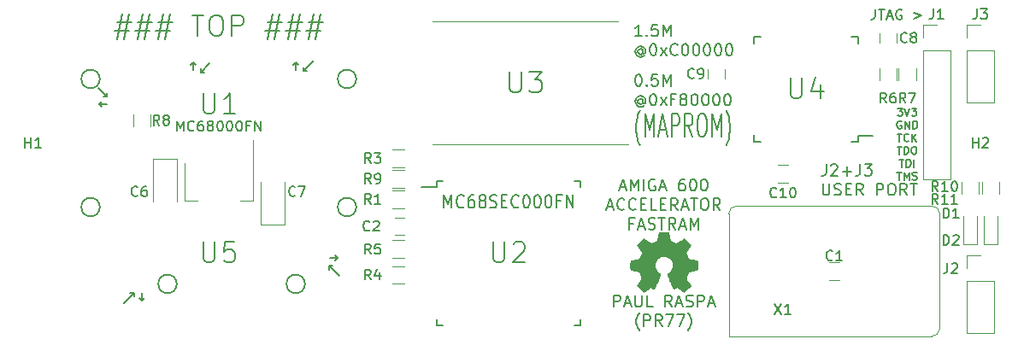
<source format=gbr>
G04 #@! TF.GenerationSoftware,KiCad,Pcbnew,(5.0.1)-rc2*
G04 #@! TF.CreationDate,2020-12-06T20:15:16+01:00*
G04 #@! TF.ProjectId,A600_ACCEL_RAM,413630305F414343454C5F52414D2E6B,rev?*
G04 #@! TF.SameCoordinates,Original*
G04 #@! TF.FileFunction,Legend,Top*
G04 #@! TF.FilePolarity,Positive*
%FSLAX46Y46*%
G04 Gerber Fmt 4.6, Leading zero omitted, Abs format (unit mm)*
G04 Created by KiCad (PCBNEW (5.0.1)-rc2) date 06/12/2020 20:15:16*
%MOMM*%
%LPD*%
G01*
G04 APERTURE LIST*
%ADD10C,0.127000*%
%ADD11C,0.203200*%
%ADD12C,0.150000*%
%ADD13C,0.100000*%
%ADD14C,0.120000*%
%ADD15C,0.010000*%
%ADD16C,0.152400*%
G04 APERTURE END LIST*
D10*
X112975571Y-103214714D02*
X113447285Y-103214714D01*
X113193285Y-103505000D01*
X113302142Y-103505000D01*
X113374714Y-103541285D01*
X113411000Y-103577571D01*
X113447285Y-103650142D01*
X113447285Y-103831571D01*
X113411000Y-103904142D01*
X113374714Y-103940428D01*
X113302142Y-103976714D01*
X113084428Y-103976714D01*
X113011857Y-103940428D01*
X112975571Y-103904142D01*
X113665000Y-103214714D02*
X113919000Y-103976714D01*
X114173000Y-103214714D01*
X114354428Y-103214714D02*
X114826142Y-103214714D01*
X114572142Y-103505000D01*
X114681000Y-103505000D01*
X114753571Y-103541285D01*
X114789857Y-103577571D01*
X114826142Y-103650142D01*
X114826142Y-103831571D01*
X114789857Y-103904142D01*
X114753571Y-103940428D01*
X114681000Y-103976714D01*
X114463285Y-103976714D01*
X114390714Y-103940428D01*
X114354428Y-103904142D01*
X113338428Y-104521000D02*
X113265857Y-104484714D01*
X113157000Y-104484714D01*
X113048142Y-104521000D01*
X112975571Y-104593571D01*
X112939285Y-104666142D01*
X112903000Y-104811285D01*
X112903000Y-104920142D01*
X112939285Y-105065285D01*
X112975571Y-105137857D01*
X113048142Y-105210428D01*
X113157000Y-105246714D01*
X113229571Y-105246714D01*
X113338428Y-105210428D01*
X113374714Y-105174142D01*
X113374714Y-104920142D01*
X113229571Y-104920142D01*
X113701285Y-105246714D02*
X113701285Y-104484714D01*
X114136714Y-105246714D01*
X114136714Y-104484714D01*
X114499571Y-105246714D02*
X114499571Y-104484714D01*
X114681000Y-104484714D01*
X114789857Y-104521000D01*
X114862428Y-104593571D01*
X114898714Y-104666142D01*
X114935000Y-104811285D01*
X114935000Y-104920142D01*
X114898714Y-105065285D01*
X114862428Y-105137857D01*
X114789857Y-105210428D01*
X114681000Y-105246714D01*
X114499571Y-105246714D01*
X112939285Y-105754714D02*
X113374714Y-105754714D01*
X113157000Y-106516714D02*
X113157000Y-105754714D01*
X114064142Y-106444142D02*
X114027857Y-106480428D01*
X113919000Y-106516714D01*
X113846428Y-106516714D01*
X113737571Y-106480428D01*
X113665000Y-106407857D01*
X113628714Y-106335285D01*
X113592428Y-106190142D01*
X113592428Y-106081285D01*
X113628714Y-105936142D01*
X113665000Y-105863571D01*
X113737571Y-105791000D01*
X113846428Y-105754714D01*
X113919000Y-105754714D01*
X114027857Y-105791000D01*
X114064142Y-105827285D01*
X114390714Y-106516714D02*
X114390714Y-105754714D01*
X114826142Y-106516714D02*
X114499571Y-106081285D01*
X114826142Y-105754714D02*
X114390714Y-106190142D01*
X112921142Y-107024714D02*
X113356571Y-107024714D01*
X113138857Y-107786714D02*
X113138857Y-107024714D01*
X113610571Y-107786714D02*
X113610571Y-107024714D01*
X113792000Y-107024714D01*
X113900857Y-107061000D01*
X113973428Y-107133571D01*
X114009714Y-107206142D01*
X114046000Y-107351285D01*
X114046000Y-107460142D01*
X114009714Y-107605285D01*
X113973428Y-107677857D01*
X113900857Y-107750428D01*
X113792000Y-107786714D01*
X113610571Y-107786714D01*
X114517714Y-107024714D02*
X114662857Y-107024714D01*
X114735428Y-107061000D01*
X114808000Y-107133571D01*
X114844285Y-107278714D01*
X114844285Y-107532714D01*
X114808000Y-107677857D01*
X114735428Y-107750428D01*
X114662857Y-107786714D01*
X114517714Y-107786714D01*
X114445142Y-107750428D01*
X114372571Y-107677857D01*
X114336285Y-107532714D01*
X114336285Y-107278714D01*
X114372571Y-107133571D01*
X114445142Y-107061000D01*
X114517714Y-107024714D01*
X113138857Y-108294714D02*
X113574285Y-108294714D01*
X113356571Y-109056714D02*
X113356571Y-108294714D01*
X113828285Y-109056714D02*
X113828285Y-108294714D01*
X114009714Y-108294714D01*
X114118571Y-108331000D01*
X114191142Y-108403571D01*
X114227428Y-108476142D01*
X114263714Y-108621285D01*
X114263714Y-108730142D01*
X114227428Y-108875285D01*
X114191142Y-108947857D01*
X114118571Y-109020428D01*
X114009714Y-109056714D01*
X113828285Y-109056714D01*
X114590285Y-109056714D02*
X114590285Y-108294714D01*
X112903000Y-109564714D02*
X113338428Y-109564714D01*
X113120714Y-110326714D02*
X113120714Y-109564714D01*
X113592428Y-110326714D02*
X113592428Y-109564714D01*
X113846428Y-110109000D01*
X114100428Y-109564714D01*
X114100428Y-110326714D01*
X114427000Y-110290428D02*
X114535857Y-110326714D01*
X114717285Y-110326714D01*
X114789857Y-110290428D01*
X114826142Y-110254142D01*
X114862428Y-110181571D01*
X114862428Y-110109000D01*
X114826142Y-110036428D01*
X114789857Y-110000142D01*
X114717285Y-109963857D01*
X114572142Y-109927571D01*
X114499571Y-109891285D01*
X114463285Y-109855000D01*
X114427000Y-109782428D01*
X114427000Y-109709857D01*
X114463285Y-109637285D01*
X114499571Y-109601000D01*
X114572142Y-109564714D01*
X114753571Y-109564714D01*
X114862428Y-109601000D01*
D11*
X105886794Y-108778221D02*
X105886794Y-109594650D01*
X105832365Y-109757935D01*
X105723508Y-109866792D01*
X105560222Y-109921221D01*
X105451365Y-109921221D01*
X106376651Y-108887078D02*
X106431080Y-108832650D01*
X106539937Y-108778221D01*
X106812080Y-108778221D01*
X106920937Y-108832650D01*
X106975365Y-108887078D01*
X107029794Y-108995935D01*
X107029794Y-109104792D01*
X106975365Y-109268078D01*
X106322222Y-109921221D01*
X107029794Y-109921221D01*
X107519651Y-109485792D02*
X108390508Y-109485792D01*
X107955080Y-109921221D02*
X107955080Y-109050364D01*
X109261365Y-108778221D02*
X109261365Y-109594650D01*
X109206937Y-109757935D01*
X109098080Y-109866792D01*
X108934794Y-109921221D01*
X108825937Y-109921221D01*
X109696794Y-108778221D02*
X110404365Y-108778221D01*
X110023365Y-109213650D01*
X110186651Y-109213650D01*
X110295508Y-109268078D01*
X110349937Y-109322507D01*
X110404365Y-109431364D01*
X110404365Y-109703507D01*
X110349937Y-109812364D01*
X110295508Y-109866792D01*
X110186651Y-109921221D01*
X109860080Y-109921221D01*
X109751222Y-109866792D01*
X109696794Y-109812364D01*
X105560222Y-110695921D02*
X105560222Y-111621207D01*
X105614651Y-111730064D01*
X105669080Y-111784492D01*
X105777937Y-111838921D01*
X105995651Y-111838921D01*
X106104508Y-111784492D01*
X106158937Y-111730064D01*
X106213365Y-111621207D01*
X106213365Y-110695921D01*
X106703222Y-111784492D02*
X106866508Y-111838921D01*
X107138651Y-111838921D01*
X107247508Y-111784492D01*
X107301937Y-111730064D01*
X107356365Y-111621207D01*
X107356365Y-111512350D01*
X107301937Y-111403492D01*
X107247508Y-111349064D01*
X107138651Y-111294635D01*
X106920937Y-111240207D01*
X106812080Y-111185778D01*
X106757651Y-111131350D01*
X106703222Y-111022492D01*
X106703222Y-110913635D01*
X106757651Y-110804778D01*
X106812080Y-110750350D01*
X106920937Y-110695921D01*
X107193080Y-110695921D01*
X107356365Y-110750350D01*
X107846222Y-111240207D02*
X108227222Y-111240207D01*
X108390508Y-111838921D02*
X107846222Y-111838921D01*
X107846222Y-110695921D01*
X108390508Y-110695921D01*
X109533508Y-111838921D02*
X109152508Y-111294635D01*
X108880365Y-111838921D02*
X108880365Y-110695921D01*
X109315794Y-110695921D01*
X109424651Y-110750350D01*
X109479080Y-110804778D01*
X109533508Y-110913635D01*
X109533508Y-111076921D01*
X109479080Y-111185778D01*
X109424651Y-111240207D01*
X109315794Y-111294635D01*
X108880365Y-111294635D01*
X110894222Y-111838921D02*
X110894222Y-110695921D01*
X111329651Y-110695921D01*
X111438508Y-110750350D01*
X111492937Y-110804778D01*
X111547365Y-110913635D01*
X111547365Y-111076921D01*
X111492937Y-111185778D01*
X111438508Y-111240207D01*
X111329651Y-111294635D01*
X110894222Y-111294635D01*
X112254937Y-110695921D02*
X112472651Y-110695921D01*
X112581508Y-110750350D01*
X112690365Y-110859207D01*
X112744794Y-111076921D01*
X112744794Y-111457921D01*
X112690365Y-111675635D01*
X112581508Y-111784492D01*
X112472651Y-111838921D01*
X112254937Y-111838921D01*
X112146080Y-111784492D01*
X112037222Y-111675635D01*
X111982794Y-111457921D01*
X111982794Y-111076921D01*
X112037222Y-110859207D01*
X112146080Y-110750350D01*
X112254937Y-110695921D01*
X113887794Y-111838921D02*
X113506794Y-111294635D01*
X113234651Y-111838921D02*
X113234651Y-110695921D01*
X113670080Y-110695921D01*
X113778937Y-110750350D01*
X113833365Y-110804778D01*
X113887794Y-110913635D01*
X113887794Y-111076921D01*
X113833365Y-111185778D01*
X113778937Y-111240207D01*
X113670080Y-111294635D01*
X113234651Y-111294635D01*
X114214365Y-110695921D02*
X114867508Y-110695921D01*
X114540937Y-111838921D02*
X114540937Y-110695921D01*
X87437927Y-106934000D02*
X87375032Y-106825142D01*
X87249241Y-106498571D01*
X87186346Y-106280857D01*
X87123451Y-105954285D01*
X87060556Y-105410000D01*
X87060556Y-104974571D01*
X87123451Y-104430285D01*
X87186346Y-104103714D01*
X87249241Y-103886000D01*
X87375032Y-103559428D01*
X87437927Y-103450571D01*
X87941089Y-106063142D02*
X87941089Y-103777142D01*
X88381356Y-105410000D01*
X88821622Y-103777142D01*
X88821622Y-106063142D01*
X89387680Y-105410000D02*
X90016632Y-105410000D01*
X89261889Y-106063142D02*
X89702156Y-103777142D01*
X90142422Y-106063142D01*
X90582689Y-106063142D02*
X90582689Y-103777142D01*
X91085851Y-103777142D01*
X91211641Y-103886000D01*
X91274537Y-103994857D01*
X91337432Y-104212571D01*
X91337432Y-104539142D01*
X91274537Y-104756857D01*
X91211641Y-104865714D01*
X91085851Y-104974571D01*
X90582689Y-104974571D01*
X92658232Y-106063142D02*
X92217965Y-104974571D01*
X91903489Y-106063142D02*
X91903489Y-103777142D01*
X92406651Y-103777142D01*
X92532441Y-103886000D01*
X92595337Y-103994857D01*
X92658232Y-104212571D01*
X92658232Y-104539142D01*
X92595337Y-104756857D01*
X92532441Y-104865714D01*
X92406651Y-104974571D01*
X91903489Y-104974571D01*
X93475870Y-103777142D02*
X93727451Y-103777142D01*
X93853241Y-103886000D01*
X93979032Y-104103714D01*
X94041927Y-104539142D01*
X94041927Y-105301142D01*
X93979032Y-105736571D01*
X93853241Y-105954285D01*
X93727451Y-106063142D01*
X93475870Y-106063142D01*
X93350080Y-105954285D01*
X93224289Y-105736571D01*
X93161394Y-105301142D01*
X93161394Y-104539142D01*
X93224289Y-104103714D01*
X93350080Y-103886000D01*
X93475870Y-103777142D01*
X94607984Y-106063142D02*
X94607984Y-103777142D01*
X95048251Y-105410000D01*
X95488518Y-103777142D01*
X95488518Y-106063142D01*
X95991680Y-106934000D02*
X96054575Y-106825142D01*
X96180365Y-106498571D01*
X96243260Y-106280857D01*
X96306156Y-105954285D01*
X96369051Y-105410000D01*
X96369051Y-104974571D01*
X96306156Y-104430285D01*
X96243260Y-104103714D01*
X96180365Y-103886000D01*
X96054575Y-103559428D01*
X95991680Y-103450571D01*
X87235937Y-99888221D02*
X87344794Y-99888221D01*
X87453651Y-99942650D01*
X87508080Y-99997078D01*
X87562508Y-100105935D01*
X87616937Y-100323650D01*
X87616937Y-100595792D01*
X87562508Y-100813507D01*
X87508080Y-100922364D01*
X87453651Y-100976792D01*
X87344794Y-101031221D01*
X87235937Y-101031221D01*
X87127080Y-100976792D01*
X87072651Y-100922364D01*
X87018222Y-100813507D01*
X86963794Y-100595792D01*
X86963794Y-100323650D01*
X87018222Y-100105935D01*
X87072651Y-99997078D01*
X87127080Y-99942650D01*
X87235937Y-99888221D01*
X88106794Y-100922364D02*
X88161222Y-100976792D01*
X88106794Y-101031221D01*
X88052365Y-100976792D01*
X88106794Y-100922364D01*
X88106794Y-101031221D01*
X89195365Y-99888221D02*
X88651080Y-99888221D01*
X88596651Y-100432507D01*
X88651080Y-100378078D01*
X88759937Y-100323650D01*
X89032080Y-100323650D01*
X89140937Y-100378078D01*
X89195365Y-100432507D01*
X89249794Y-100541364D01*
X89249794Y-100813507D01*
X89195365Y-100922364D01*
X89140937Y-100976792D01*
X89032080Y-101031221D01*
X88759937Y-101031221D01*
X88651080Y-100976792D01*
X88596651Y-100922364D01*
X89739651Y-101031221D02*
X89739651Y-99888221D01*
X90120651Y-100704650D01*
X90501651Y-99888221D01*
X90501651Y-101031221D01*
X87725794Y-102404635D02*
X87671365Y-102350207D01*
X87562508Y-102295778D01*
X87453651Y-102295778D01*
X87344794Y-102350207D01*
X87290365Y-102404635D01*
X87235937Y-102513492D01*
X87235937Y-102622350D01*
X87290365Y-102731207D01*
X87344794Y-102785635D01*
X87453651Y-102840064D01*
X87562508Y-102840064D01*
X87671365Y-102785635D01*
X87725794Y-102731207D01*
X87725794Y-102295778D02*
X87725794Y-102731207D01*
X87780222Y-102785635D01*
X87834651Y-102785635D01*
X87943508Y-102731207D01*
X87997937Y-102622350D01*
X87997937Y-102350207D01*
X87889080Y-102186921D01*
X87725794Y-102078064D01*
X87508080Y-102023635D01*
X87290365Y-102078064D01*
X87127080Y-102186921D01*
X87018222Y-102350207D01*
X86963794Y-102567921D01*
X87018222Y-102785635D01*
X87127080Y-102948921D01*
X87290365Y-103057778D01*
X87508080Y-103112207D01*
X87725794Y-103057778D01*
X87889080Y-102948921D01*
X88705508Y-101805921D02*
X88814365Y-101805921D01*
X88923222Y-101860350D01*
X88977651Y-101914778D01*
X89032080Y-102023635D01*
X89086508Y-102241350D01*
X89086508Y-102513492D01*
X89032080Y-102731207D01*
X88977651Y-102840064D01*
X88923222Y-102894492D01*
X88814365Y-102948921D01*
X88705508Y-102948921D01*
X88596651Y-102894492D01*
X88542222Y-102840064D01*
X88487794Y-102731207D01*
X88433365Y-102513492D01*
X88433365Y-102241350D01*
X88487794Y-102023635D01*
X88542222Y-101914778D01*
X88596651Y-101860350D01*
X88705508Y-101805921D01*
X89467508Y-102948921D02*
X90066222Y-102186921D01*
X89467508Y-102186921D02*
X90066222Y-102948921D01*
X90882651Y-102350207D02*
X90501651Y-102350207D01*
X90501651Y-102948921D02*
X90501651Y-101805921D01*
X91045937Y-101805921D01*
X91644651Y-102295778D02*
X91535794Y-102241350D01*
X91481365Y-102186921D01*
X91426937Y-102078064D01*
X91426937Y-102023635D01*
X91481365Y-101914778D01*
X91535794Y-101860350D01*
X91644651Y-101805921D01*
X91862365Y-101805921D01*
X91971222Y-101860350D01*
X92025651Y-101914778D01*
X92080080Y-102023635D01*
X92080080Y-102078064D01*
X92025651Y-102186921D01*
X91971222Y-102241350D01*
X91862365Y-102295778D01*
X91644651Y-102295778D01*
X91535794Y-102350207D01*
X91481365Y-102404635D01*
X91426937Y-102513492D01*
X91426937Y-102731207D01*
X91481365Y-102840064D01*
X91535794Y-102894492D01*
X91644651Y-102948921D01*
X91862365Y-102948921D01*
X91971222Y-102894492D01*
X92025651Y-102840064D01*
X92080080Y-102731207D01*
X92080080Y-102513492D01*
X92025651Y-102404635D01*
X91971222Y-102350207D01*
X91862365Y-102295778D01*
X92787651Y-101805921D02*
X92896508Y-101805921D01*
X93005365Y-101860350D01*
X93059794Y-101914778D01*
X93114222Y-102023635D01*
X93168651Y-102241350D01*
X93168651Y-102513492D01*
X93114222Y-102731207D01*
X93059794Y-102840064D01*
X93005365Y-102894492D01*
X92896508Y-102948921D01*
X92787651Y-102948921D01*
X92678794Y-102894492D01*
X92624365Y-102840064D01*
X92569937Y-102731207D01*
X92515508Y-102513492D01*
X92515508Y-102241350D01*
X92569937Y-102023635D01*
X92624365Y-101914778D01*
X92678794Y-101860350D01*
X92787651Y-101805921D01*
X93876222Y-101805921D02*
X93985080Y-101805921D01*
X94093937Y-101860350D01*
X94148365Y-101914778D01*
X94202794Y-102023635D01*
X94257222Y-102241350D01*
X94257222Y-102513492D01*
X94202794Y-102731207D01*
X94148365Y-102840064D01*
X94093937Y-102894492D01*
X93985080Y-102948921D01*
X93876222Y-102948921D01*
X93767365Y-102894492D01*
X93712937Y-102840064D01*
X93658508Y-102731207D01*
X93604080Y-102513492D01*
X93604080Y-102241350D01*
X93658508Y-102023635D01*
X93712937Y-101914778D01*
X93767365Y-101860350D01*
X93876222Y-101805921D01*
X94964794Y-101805921D02*
X95073651Y-101805921D01*
X95182508Y-101860350D01*
X95236937Y-101914778D01*
X95291365Y-102023635D01*
X95345794Y-102241350D01*
X95345794Y-102513492D01*
X95291365Y-102731207D01*
X95236937Y-102840064D01*
X95182508Y-102894492D01*
X95073651Y-102948921D01*
X94964794Y-102948921D01*
X94855937Y-102894492D01*
X94801508Y-102840064D01*
X94747080Y-102731207D01*
X94692651Y-102513492D01*
X94692651Y-102241350D01*
X94747080Y-102023635D01*
X94801508Y-101914778D01*
X94855937Y-101860350D01*
X94964794Y-101805921D01*
X96053365Y-101805921D02*
X96162222Y-101805921D01*
X96271080Y-101860350D01*
X96325508Y-101914778D01*
X96379937Y-102023635D01*
X96434365Y-102241350D01*
X96434365Y-102513492D01*
X96379937Y-102731207D01*
X96325508Y-102840064D01*
X96271080Y-102894492D01*
X96162222Y-102948921D01*
X96053365Y-102948921D01*
X95944508Y-102894492D01*
X95890080Y-102840064D01*
X95835651Y-102731207D01*
X95781222Y-102513492D01*
X95781222Y-102241350D01*
X95835651Y-102023635D01*
X95890080Y-101914778D01*
X95944508Y-101860350D01*
X96053365Y-101805921D01*
X87616937Y-96078221D02*
X86963794Y-96078221D01*
X87290365Y-96078221D02*
X87290365Y-94935221D01*
X87181508Y-95098507D01*
X87072651Y-95207364D01*
X86963794Y-95261792D01*
X88106794Y-95969364D02*
X88161222Y-96023792D01*
X88106794Y-96078221D01*
X88052365Y-96023792D01*
X88106794Y-95969364D01*
X88106794Y-96078221D01*
X89195365Y-94935221D02*
X88651080Y-94935221D01*
X88596651Y-95479507D01*
X88651080Y-95425078D01*
X88759937Y-95370650D01*
X89032080Y-95370650D01*
X89140937Y-95425078D01*
X89195365Y-95479507D01*
X89249794Y-95588364D01*
X89249794Y-95860507D01*
X89195365Y-95969364D01*
X89140937Y-96023792D01*
X89032080Y-96078221D01*
X88759937Y-96078221D01*
X88651080Y-96023792D01*
X88596651Y-95969364D01*
X89739651Y-96078221D02*
X89739651Y-94935221D01*
X90120651Y-95751650D01*
X90501651Y-94935221D01*
X90501651Y-96078221D01*
X87725794Y-97451635D02*
X87671365Y-97397207D01*
X87562508Y-97342778D01*
X87453651Y-97342778D01*
X87344794Y-97397207D01*
X87290365Y-97451635D01*
X87235937Y-97560492D01*
X87235937Y-97669350D01*
X87290365Y-97778207D01*
X87344794Y-97832635D01*
X87453651Y-97887064D01*
X87562508Y-97887064D01*
X87671365Y-97832635D01*
X87725794Y-97778207D01*
X87725794Y-97342778D02*
X87725794Y-97778207D01*
X87780222Y-97832635D01*
X87834651Y-97832635D01*
X87943508Y-97778207D01*
X87997937Y-97669350D01*
X87997937Y-97397207D01*
X87889080Y-97233921D01*
X87725794Y-97125064D01*
X87508080Y-97070635D01*
X87290365Y-97125064D01*
X87127080Y-97233921D01*
X87018222Y-97397207D01*
X86963794Y-97614921D01*
X87018222Y-97832635D01*
X87127080Y-97995921D01*
X87290365Y-98104778D01*
X87508080Y-98159207D01*
X87725794Y-98104778D01*
X87889080Y-97995921D01*
X88705508Y-96852921D02*
X88814365Y-96852921D01*
X88923222Y-96907350D01*
X88977651Y-96961778D01*
X89032080Y-97070635D01*
X89086508Y-97288350D01*
X89086508Y-97560492D01*
X89032080Y-97778207D01*
X88977651Y-97887064D01*
X88923222Y-97941492D01*
X88814365Y-97995921D01*
X88705508Y-97995921D01*
X88596651Y-97941492D01*
X88542222Y-97887064D01*
X88487794Y-97778207D01*
X88433365Y-97560492D01*
X88433365Y-97288350D01*
X88487794Y-97070635D01*
X88542222Y-96961778D01*
X88596651Y-96907350D01*
X88705508Y-96852921D01*
X89467508Y-97995921D02*
X90066222Y-97233921D01*
X89467508Y-97233921D02*
X90066222Y-97995921D01*
X91154794Y-97887064D02*
X91100365Y-97941492D01*
X90937080Y-97995921D01*
X90828222Y-97995921D01*
X90664937Y-97941492D01*
X90556080Y-97832635D01*
X90501651Y-97723778D01*
X90447222Y-97506064D01*
X90447222Y-97342778D01*
X90501651Y-97125064D01*
X90556080Y-97016207D01*
X90664937Y-96907350D01*
X90828222Y-96852921D01*
X90937080Y-96852921D01*
X91100365Y-96907350D01*
X91154794Y-96961778D01*
X91862365Y-96852921D02*
X91971222Y-96852921D01*
X92080080Y-96907350D01*
X92134508Y-96961778D01*
X92188937Y-97070635D01*
X92243365Y-97288350D01*
X92243365Y-97560492D01*
X92188937Y-97778207D01*
X92134508Y-97887064D01*
X92080080Y-97941492D01*
X91971222Y-97995921D01*
X91862365Y-97995921D01*
X91753508Y-97941492D01*
X91699080Y-97887064D01*
X91644651Y-97778207D01*
X91590222Y-97560492D01*
X91590222Y-97288350D01*
X91644651Y-97070635D01*
X91699080Y-96961778D01*
X91753508Y-96907350D01*
X91862365Y-96852921D01*
X92950937Y-96852921D02*
X93059794Y-96852921D01*
X93168651Y-96907350D01*
X93223080Y-96961778D01*
X93277508Y-97070635D01*
X93331937Y-97288350D01*
X93331937Y-97560492D01*
X93277508Y-97778207D01*
X93223080Y-97887064D01*
X93168651Y-97941492D01*
X93059794Y-97995921D01*
X92950937Y-97995921D01*
X92842080Y-97941492D01*
X92787651Y-97887064D01*
X92733222Y-97778207D01*
X92678794Y-97560492D01*
X92678794Y-97288350D01*
X92733222Y-97070635D01*
X92787651Y-96961778D01*
X92842080Y-96907350D01*
X92950937Y-96852921D01*
X94039508Y-96852921D02*
X94148365Y-96852921D01*
X94257222Y-96907350D01*
X94311651Y-96961778D01*
X94366080Y-97070635D01*
X94420508Y-97288350D01*
X94420508Y-97560492D01*
X94366080Y-97778207D01*
X94311651Y-97887064D01*
X94257222Y-97941492D01*
X94148365Y-97995921D01*
X94039508Y-97995921D01*
X93930651Y-97941492D01*
X93876222Y-97887064D01*
X93821794Y-97778207D01*
X93767365Y-97560492D01*
X93767365Y-97288350D01*
X93821794Y-97070635D01*
X93876222Y-96961778D01*
X93930651Y-96907350D01*
X94039508Y-96852921D01*
X95128080Y-96852921D02*
X95236937Y-96852921D01*
X95345794Y-96907350D01*
X95400222Y-96961778D01*
X95454651Y-97070635D01*
X95509080Y-97288350D01*
X95509080Y-97560492D01*
X95454651Y-97778207D01*
X95400222Y-97887064D01*
X95345794Y-97941492D01*
X95236937Y-97995921D01*
X95128080Y-97995921D01*
X95019222Y-97941492D01*
X94964794Y-97887064D01*
X94910365Y-97778207D01*
X94855937Y-97560492D01*
X94855937Y-97288350D01*
X94910365Y-97070635D01*
X94964794Y-96961778D01*
X95019222Y-96907350D01*
X95128080Y-96852921D01*
X96216651Y-96852921D02*
X96325508Y-96852921D01*
X96434365Y-96907350D01*
X96488794Y-96961778D01*
X96543222Y-97070635D01*
X96597651Y-97288350D01*
X96597651Y-97560492D01*
X96543222Y-97778207D01*
X96488794Y-97887064D01*
X96434365Y-97941492D01*
X96325508Y-97995921D01*
X96216651Y-97995921D01*
X96107794Y-97941492D01*
X96053365Y-97887064D01*
X95998937Y-97778207D01*
X95944508Y-97560492D01*
X95944508Y-97288350D01*
X95998937Y-97070635D01*
X96053365Y-96961778D01*
X96107794Y-96907350D01*
X96216651Y-96852921D01*
D12*
X110736333Y-93432380D02*
X110736333Y-94146666D01*
X110688714Y-94289523D01*
X110593476Y-94384761D01*
X110450619Y-94432380D01*
X110355380Y-94432380D01*
X111069666Y-93432380D02*
X111641095Y-93432380D01*
X111355380Y-94432380D02*
X111355380Y-93432380D01*
X111926809Y-94146666D02*
X112403000Y-94146666D01*
X111831571Y-94432380D02*
X112164904Y-93432380D01*
X112498238Y-94432380D01*
X113355380Y-93480000D02*
X113260142Y-93432380D01*
X113117285Y-93432380D01*
X112974428Y-93480000D01*
X112879190Y-93575238D01*
X112831571Y-93670476D01*
X112783952Y-93860952D01*
X112783952Y-94003809D01*
X112831571Y-94194285D01*
X112879190Y-94289523D01*
X112974428Y-94384761D01*
X113117285Y-94432380D01*
X113212523Y-94432380D01*
X113355380Y-94384761D01*
X113403000Y-94337142D01*
X113403000Y-94003809D01*
X113212523Y-94003809D01*
X114593476Y-93765714D02*
X115355380Y-94051428D01*
X114593476Y-94337142D01*
D11*
X85461928Y-111080550D02*
X86006214Y-111080550D01*
X85353071Y-111407121D02*
X85734071Y-110264121D01*
X86115071Y-111407121D01*
X86496071Y-111407121D02*
X86496071Y-110264121D01*
X86877071Y-111080550D01*
X87258071Y-110264121D01*
X87258071Y-111407121D01*
X87802357Y-111407121D02*
X87802357Y-110264121D01*
X88945357Y-110318550D02*
X88836500Y-110264121D01*
X88673214Y-110264121D01*
X88509928Y-110318550D01*
X88401071Y-110427407D01*
X88346642Y-110536264D01*
X88292214Y-110753978D01*
X88292214Y-110917264D01*
X88346642Y-111134978D01*
X88401071Y-111243835D01*
X88509928Y-111352692D01*
X88673214Y-111407121D01*
X88782071Y-111407121D01*
X88945357Y-111352692D01*
X88999785Y-111298264D01*
X88999785Y-110917264D01*
X88782071Y-110917264D01*
X89435214Y-111080550D02*
X89979500Y-111080550D01*
X89326357Y-111407121D02*
X89707357Y-110264121D01*
X90088357Y-111407121D01*
X91830071Y-110264121D02*
X91612357Y-110264121D01*
X91503500Y-110318550D01*
X91449071Y-110372978D01*
X91340214Y-110536264D01*
X91285785Y-110753978D01*
X91285785Y-111189407D01*
X91340214Y-111298264D01*
X91394642Y-111352692D01*
X91503500Y-111407121D01*
X91721214Y-111407121D01*
X91830071Y-111352692D01*
X91884500Y-111298264D01*
X91938928Y-111189407D01*
X91938928Y-110917264D01*
X91884500Y-110808407D01*
X91830071Y-110753978D01*
X91721214Y-110699550D01*
X91503500Y-110699550D01*
X91394642Y-110753978D01*
X91340214Y-110808407D01*
X91285785Y-110917264D01*
X92646500Y-110264121D02*
X92755357Y-110264121D01*
X92864214Y-110318550D01*
X92918642Y-110372978D01*
X92973071Y-110481835D01*
X93027500Y-110699550D01*
X93027500Y-110971692D01*
X92973071Y-111189407D01*
X92918642Y-111298264D01*
X92864214Y-111352692D01*
X92755357Y-111407121D01*
X92646500Y-111407121D01*
X92537642Y-111352692D01*
X92483214Y-111298264D01*
X92428785Y-111189407D01*
X92374357Y-110971692D01*
X92374357Y-110699550D01*
X92428785Y-110481835D01*
X92483214Y-110372978D01*
X92537642Y-110318550D01*
X92646500Y-110264121D01*
X93735071Y-110264121D02*
X93843928Y-110264121D01*
X93952785Y-110318550D01*
X94007214Y-110372978D01*
X94061642Y-110481835D01*
X94116071Y-110699550D01*
X94116071Y-110971692D01*
X94061642Y-111189407D01*
X94007214Y-111298264D01*
X93952785Y-111352692D01*
X93843928Y-111407121D01*
X93735071Y-111407121D01*
X93626214Y-111352692D01*
X93571785Y-111298264D01*
X93517357Y-111189407D01*
X93462928Y-110971692D01*
X93462928Y-110699550D01*
X93517357Y-110481835D01*
X93571785Y-110372978D01*
X93626214Y-110318550D01*
X93735071Y-110264121D01*
X84210071Y-112998250D02*
X84754357Y-112998250D01*
X84101214Y-113324821D02*
X84482214Y-112181821D01*
X84863214Y-113324821D01*
X85897357Y-113215964D02*
X85842928Y-113270392D01*
X85679642Y-113324821D01*
X85570785Y-113324821D01*
X85407500Y-113270392D01*
X85298642Y-113161535D01*
X85244214Y-113052678D01*
X85189785Y-112834964D01*
X85189785Y-112671678D01*
X85244214Y-112453964D01*
X85298642Y-112345107D01*
X85407500Y-112236250D01*
X85570785Y-112181821D01*
X85679642Y-112181821D01*
X85842928Y-112236250D01*
X85897357Y-112290678D01*
X87040357Y-113215964D02*
X86985928Y-113270392D01*
X86822642Y-113324821D01*
X86713785Y-113324821D01*
X86550500Y-113270392D01*
X86441642Y-113161535D01*
X86387214Y-113052678D01*
X86332785Y-112834964D01*
X86332785Y-112671678D01*
X86387214Y-112453964D01*
X86441642Y-112345107D01*
X86550500Y-112236250D01*
X86713785Y-112181821D01*
X86822642Y-112181821D01*
X86985928Y-112236250D01*
X87040357Y-112290678D01*
X87530214Y-112726107D02*
X87911214Y-112726107D01*
X88074500Y-113324821D02*
X87530214Y-113324821D01*
X87530214Y-112181821D01*
X88074500Y-112181821D01*
X89108642Y-113324821D02*
X88564357Y-113324821D01*
X88564357Y-112181821D01*
X89489642Y-112726107D02*
X89870642Y-112726107D01*
X90033928Y-113324821D02*
X89489642Y-113324821D01*
X89489642Y-112181821D01*
X90033928Y-112181821D01*
X91176928Y-113324821D02*
X90795928Y-112780535D01*
X90523785Y-113324821D02*
X90523785Y-112181821D01*
X90959214Y-112181821D01*
X91068071Y-112236250D01*
X91122500Y-112290678D01*
X91176928Y-112399535D01*
X91176928Y-112562821D01*
X91122500Y-112671678D01*
X91068071Y-112726107D01*
X90959214Y-112780535D01*
X90523785Y-112780535D01*
X91612357Y-112998250D02*
X92156642Y-112998250D01*
X91503500Y-113324821D02*
X91884500Y-112181821D01*
X92265500Y-113324821D01*
X92483214Y-112181821D02*
X93136357Y-112181821D01*
X92809785Y-113324821D02*
X92809785Y-112181821D01*
X93735071Y-112181821D02*
X93952785Y-112181821D01*
X94061642Y-112236250D01*
X94170500Y-112345107D01*
X94224928Y-112562821D01*
X94224928Y-112943821D01*
X94170500Y-113161535D01*
X94061642Y-113270392D01*
X93952785Y-113324821D01*
X93735071Y-113324821D01*
X93626214Y-113270392D01*
X93517357Y-113161535D01*
X93462928Y-112943821D01*
X93462928Y-112562821D01*
X93517357Y-112345107D01*
X93626214Y-112236250D01*
X93735071Y-112181821D01*
X95367928Y-113324821D02*
X94986928Y-112780535D01*
X94714785Y-113324821D02*
X94714785Y-112181821D01*
X95150214Y-112181821D01*
X95259071Y-112236250D01*
X95313500Y-112290678D01*
X95367928Y-112399535D01*
X95367928Y-112562821D01*
X95313500Y-112671678D01*
X95259071Y-112726107D01*
X95150214Y-112780535D01*
X94714785Y-112780535D01*
X86768214Y-114643807D02*
X86387214Y-114643807D01*
X86387214Y-115242521D02*
X86387214Y-114099521D01*
X86931500Y-114099521D01*
X87312500Y-114915950D02*
X87856785Y-114915950D01*
X87203642Y-115242521D02*
X87584642Y-114099521D01*
X87965642Y-115242521D01*
X88292214Y-115188092D02*
X88455500Y-115242521D01*
X88727642Y-115242521D01*
X88836500Y-115188092D01*
X88890928Y-115133664D01*
X88945357Y-115024807D01*
X88945357Y-114915950D01*
X88890928Y-114807092D01*
X88836500Y-114752664D01*
X88727642Y-114698235D01*
X88509928Y-114643807D01*
X88401071Y-114589378D01*
X88346642Y-114534950D01*
X88292214Y-114426092D01*
X88292214Y-114317235D01*
X88346642Y-114208378D01*
X88401071Y-114153950D01*
X88509928Y-114099521D01*
X88782071Y-114099521D01*
X88945357Y-114153950D01*
X89271928Y-114099521D02*
X89925071Y-114099521D01*
X89598500Y-115242521D02*
X89598500Y-114099521D01*
X90959214Y-115242521D02*
X90578214Y-114698235D01*
X90306071Y-115242521D02*
X90306071Y-114099521D01*
X90741500Y-114099521D01*
X90850357Y-114153950D01*
X90904785Y-114208378D01*
X90959214Y-114317235D01*
X90959214Y-114480521D01*
X90904785Y-114589378D01*
X90850357Y-114643807D01*
X90741500Y-114698235D01*
X90306071Y-114698235D01*
X91394642Y-114915950D02*
X91938928Y-114915950D01*
X91285785Y-115242521D02*
X91666785Y-114099521D01*
X92047785Y-115242521D01*
X92428785Y-115242521D02*
X92428785Y-114099521D01*
X92809785Y-114915950D01*
X93190785Y-114099521D01*
X93190785Y-115242521D01*
X84836000Y-122913321D02*
X84836000Y-121770321D01*
X85271428Y-121770321D01*
X85380285Y-121824750D01*
X85434714Y-121879178D01*
X85489142Y-121988035D01*
X85489142Y-122151321D01*
X85434714Y-122260178D01*
X85380285Y-122314607D01*
X85271428Y-122369035D01*
X84836000Y-122369035D01*
X85924571Y-122586750D02*
X86468857Y-122586750D01*
X85815714Y-122913321D02*
X86196714Y-121770321D01*
X86577714Y-122913321D01*
X86958714Y-121770321D02*
X86958714Y-122695607D01*
X87013142Y-122804464D01*
X87067571Y-122858892D01*
X87176428Y-122913321D01*
X87394142Y-122913321D01*
X87503000Y-122858892D01*
X87557428Y-122804464D01*
X87611857Y-122695607D01*
X87611857Y-121770321D01*
X88700428Y-122913321D02*
X88156142Y-122913321D01*
X88156142Y-121770321D01*
X90605428Y-122913321D02*
X90224428Y-122369035D01*
X89952285Y-122913321D02*
X89952285Y-121770321D01*
X90387714Y-121770321D01*
X90496571Y-121824750D01*
X90551000Y-121879178D01*
X90605428Y-121988035D01*
X90605428Y-122151321D01*
X90551000Y-122260178D01*
X90496571Y-122314607D01*
X90387714Y-122369035D01*
X89952285Y-122369035D01*
X91040857Y-122586750D02*
X91585142Y-122586750D01*
X90932000Y-122913321D02*
X91313000Y-121770321D01*
X91694000Y-122913321D01*
X92020571Y-122858892D02*
X92183857Y-122913321D01*
X92456000Y-122913321D01*
X92564857Y-122858892D01*
X92619285Y-122804464D01*
X92673714Y-122695607D01*
X92673714Y-122586750D01*
X92619285Y-122477892D01*
X92564857Y-122423464D01*
X92456000Y-122369035D01*
X92238285Y-122314607D01*
X92129428Y-122260178D01*
X92075000Y-122205750D01*
X92020571Y-122096892D01*
X92020571Y-121988035D01*
X92075000Y-121879178D01*
X92129428Y-121824750D01*
X92238285Y-121770321D01*
X92510428Y-121770321D01*
X92673714Y-121824750D01*
X93163571Y-122913321D02*
X93163571Y-121770321D01*
X93599000Y-121770321D01*
X93707857Y-121824750D01*
X93762285Y-121879178D01*
X93816714Y-121988035D01*
X93816714Y-122151321D01*
X93762285Y-122260178D01*
X93707857Y-122314607D01*
X93599000Y-122369035D01*
X93163571Y-122369035D01*
X94252142Y-122586750D02*
X94796428Y-122586750D01*
X94143285Y-122913321D02*
X94524285Y-121770321D01*
X94905285Y-122913321D01*
X87394142Y-125266450D02*
X87339714Y-125212021D01*
X87230857Y-125048735D01*
X87176428Y-124939878D01*
X87122000Y-124776592D01*
X87067571Y-124504450D01*
X87067571Y-124286735D01*
X87122000Y-124014592D01*
X87176428Y-123851307D01*
X87230857Y-123742450D01*
X87339714Y-123579164D01*
X87394142Y-123524735D01*
X87829571Y-124831021D02*
X87829571Y-123688021D01*
X88265000Y-123688021D01*
X88373857Y-123742450D01*
X88428285Y-123796878D01*
X88482714Y-123905735D01*
X88482714Y-124069021D01*
X88428285Y-124177878D01*
X88373857Y-124232307D01*
X88265000Y-124286735D01*
X87829571Y-124286735D01*
X89625714Y-124831021D02*
X89244714Y-124286735D01*
X88972571Y-124831021D02*
X88972571Y-123688021D01*
X89408000Y-123688021D01*
X89516857Y-123742450D01*
X89571285Y-123796878D01*
X89625714Y-123905735D01*
X89625714Y-124069021D01*
X89571285Y-124177878D01*
X89516857Y-124232307D01*
X89408000Y-124286735D01*
X88972571Y-124286735D01*
X90006714Y-123688021D02*
X90768714Y-123688021D01*
X90278857Y-124831021D01*
X91095285Y-123688021D02*
X91857285Y-123688021D01*
X91367428Y-124831021D01*
X92183857Y-125266450D02*
X92238285Y-125212021D01*
X92347142Y-125048735D01*
X92401571Y-124939878D01*
X92456000Y-124776592D01*
X92510428Y-124504450D01*
X92510428Y-124286735D01*
X92456000Y-124014592D01*
X92401571Y-123851307D01*
X92347142Y-123742450D01*
X92238285Y-123579164D01*
X92183857Y-123524735D01*
X35608380Y-94687571D02*
X37059809Y-94687571D01*
X36188952Y-93816714D02*
X35608380Y-96429285D01*
X36866285Y-95558428D02*
X35414857Y-95558428D01*
X36285714Y-96429285D02*
X36866285Y-93816714D01*
X37640380Y-94687571D02*
X39091809Y-94687571D01*
X38220952Y-93816714D02*
X37640380Y-96429285D01*
X38898285Y-95558428D02*
X37446857Y-95558428D01*
X38317714Y-96429285D02*
X38898285Y-93816714D01*
X39672380Y-94687571D02*
X41123809Y-94687571D01*
X40252952Y-93816714D02*
X39672380Y-96429285D01*
X40930285Y-95558428D02*
X39478857Y-95558428D01*
X40349714Y-96429285D02*
X40930285Y-93816714D01*
X43059047Y-94010238D02*
X44220190Y-94010238D01*
X43639619Y-96042238D02*
X43639619Y-94010238D01*
X45284571Y-94010238D02*
X45671619Y-94010238D01*
X45865142Y-94107000D01*
X46058666Y-94300523D01*
X46155428Y-94687571D01*
X46155428Y-95364904D01*
X46058666Y-95751952D01*
X45865142Y-95945476D01*
X45671619Y-96042238D01*
X45284571Y-96042238D01*
X45091047Y-95945476D01*
X44897523Y-95751952D01*
X44800761Y-95364904D01*
X44800761Y-94687571D01*
X44897523Y-94300523D01*
X45091047Y-94107000D01*
X45284571Y-94010238D01*
X47026285Y-96042238D02*
X47026285Y-94010238D01*
X47800380Y-94010238D01*
X47993904Y-94107000D01*
X48090666Y-94203761D01*
X48187428Y-94397285D01*
X48187428Y-94687571D01*
X48090666Y-94881095D01*
X47993904Y-94977857D01*
X47800380Y-95074619D01*
X47026285Y-95074619D01*
X50509714Y-94687571D02*
X51961142Y-94687571D01*
X51090285Y-93816714D02*
X50509714Y-96429285D01*
X51767619Y-95558428D02*
X50316190Y-95558428D01*
X51187047Y-96429285D02*
X51767619Y-93816714D01*
X52541714Y-94687571D02*
X53993142Y-94687571D01*
X53122285Y-93816714D02*
X52541714Y-96429285D01*
X53799619Y-95558428D02*
X52348190Y-95558428D01*
X53219047Y-96429285D02*
X53799619Y-93816714D01*
X54573714Y-94687571D02*
X56025142Y-94687571D01*
X55154285Y-93816714D02*
X54573714Y-96429285D01*
X55831619Y-95558428D02*
X54380190Y-95558428D01*
X55251047Y-96429285D02*
X55831619Y-93816714D01*
D13*
G04 #@! TO.C,U3*
X66873000Y-106831000D02*
X86273000Y-106831000D01*
D14*
X85273000Y-94591000D02*
X66873000Y-94591000D01*
D12*
G04 #@! TO.C,U2*
X67297000Y-111002000D02*
X65772000Y-111002000D01*
X81547000Y-110477000D02*
X80947000Y-110477000D01*
X81547000Y-124727000D02*
X80947000Y-124727000D01*
X67297000Y-124727000D02*
X67897000Y-124727000D01*
X67297000Y-110477000D02*
X67897000Y-110477000D01*
X67297000Y-124727000D02*
X67297000Y-124127000D01*
X81547000Y-124727000D02*
X81547000Y-124127000D01*
X81547000Y-110477000D02*
X81547000Y-111077000D01*
X67297000Y-110477000D02*
X67297000Y-111002000D01*
D14*
G04 #@! TO.C,X1*
X96980000Y-112930000D02*
G75*
G03X96230000Y-113680000I0J-750000D01*
G01*
X117130000Y-113680000D02*
G75*
G03X116380000Y-112930000I-750000J0D01*
G01*
X116380000Y-125830000D02*
G75*
G03X117130000Y-125080000I0J750000D01*
G01*
X96230000Y-125830000D02*
X116380000Y-125830000D01*
X117130000Y-125080000D02*
X117130000Y-113680000D01*
X116380000Y-112930000D02*
X96980000Y-112930000D01*
X96230000Y-113680000D02*
X96230000Y-125830000D01*
D12*
G04 #@! TO.C,U4*
X109061000Y-105921000D02*
X110536000Y-105921000D01*
X98711000Y-106521000D02*
X99381000Y-106521000D01*
X98711000Y-96171000D02*
X99381000Y-96171000D01*
X109061000Y-96171000D02*
X108391000Y-96171000D01*
X109061000Y-106521000D02*
X108391000Y-106521000D01*
X109061000Y-96171000D02*
X109061000Y-96841000D01*
X98711000Y-96171000D02*
X98711000Y-96841000D01*
X98711000Y-106521000D02*
X98711000Y-105851000D01*
X109061000Y-106521000D02*
X109061000Y-105921000D01*
G04 #@! TO.C,U1*
X53340000Y-98679000D02*
X53086000Y-98933000D01*
X53340000Y-99441000D02*
X53340000Y-98679000D01*
X53594000Y-98933000D02*
X53340000Y-98679000D01*
X57277000Y-118364000D02*
X57531000Y-118110000D01*
X57531000Y-118110000D02*
X57277000Y-117856000D01*
X56769000Y-118110000D02*
X57531000Y-118110000D01*
X54483000Y-99568000D02*
X54102000Y-99568000D01*
X55118000Y-98552000D02*
X54102000Y-99568000D01*
X54102000Y-99568000D02*
X54102000Y-99187000D01*
X57023000Y-118872000D02*
X56642000Y-118872000D01*
X56642000Y-118872000D02*
X56642000Y-119253000D01*
X57658000Y-119888000D02*
X56642000Y-118872000D01*
X37338000Y-121920000D02*
X37338000Y-121539000D01*
X37338000Y-121539000D02*
X36957000Y-121539000D01*
X36322000Y-122555000D02*
X37338000Y-121539000D01*
X34163000Y-102616000D02*
X33909000Y-102870000D01*
X33909000Y-102870000D02*
X34163000Y-103124000D01*
X34671000Y-102870000D02*
X33909000Y-102870000D01*
X34290000Y-102108000D02*
X34671000Y-102108000D01*
X34671000Y-102108000D02*
X34671000Y-101727000D01*
X33782000Y-101219000D02*
X34671000Y-102108000D01*
X43434000Y-98933000D02*
X43180000Y-98679000D01*
X43180000Y-98679000D02*
X42926000Y-98933000D01*
X43180000Y-99441000D02*
X43180000Y-98679000D01*
X44323000Y-99695000D02*
X43942000Y-99695000D01*
X43942000Y-99695000D02*
X43942000Y-99314000D01*
X44831000Y-98806000D02*
X43942000Y-99695000D01*
X38354000Y-122047000D02*
X38100000Y-122301000D01*
X38100000Y-122301000D02*
X37846000Y-122047000D01*
X38100000Y-121539000D02*
X38100000Y-122174000D01*
X33935810Y-100330000D02*
G75*
G03X33935810Y-100330000I-915810J0D01*
G01*
X33935810Y-113030000D02*
G75*
G03X33935810Y-113030000I-915810J0D01*
G01*
X41555810Y-120650000D02*
G75*
G03X41555810Y-120650000I-915810J0D01*
G01*
X54255810Y-120650000D02*
G75*
G03X54255810Y-120650000I-915810J0D01*
G01*
X59335810Y-113030000D02*
G75*
G03X59335810Y-113030000I-915810J0D01*
G01*
X59335810Y-100330000D02*
G75*
G03X59335810Y-100330000I-915810J0D01*
G01*
D14*
G04 #@! TO.C,J1*
X115510000Y-94936000D02*
X116840000Y-94936000D01*
X115510000Y-96266000D02*
X115510000Y-94936000D01*
X115510000Y-97536000D02*
X118170000Y-97536000D01*
X118170000Y-97536000D02*
X118170000Y-110296000D01*
X115510000Y-97536000D02*
X115510000Y-110296000D01*
X115510000Y-110296000D02*
X118170000Y-110296000D01*
G04 #@! TO.C,C6*
X41536000Y-108206000D02*
X39236000Y-108206000D01*
X39236000Y-108206000D02*
X39236000Y-112506000D01*
X41536000Y-108206000D02*
X41536000Y-112506000D01*
G04 #@! TO.C,U5*
X49130000Y-106390000D02*
X49130000Y-112400000D01*
X42310000Y-108640000D02*
X42310000Y-112400000D01*
X49130000Y-112400000D02*
X47870000Y-112400000D01*
X42310000Y-112400000D02*
X43570000Y-112400000D01*
G04 #@! TO.C,C7*
X49904000Y-114806000D02*
X52204000Y-114806000D01*
X52204000Y-114806000D02*
X52204000Y-110506000D01*
X49904000Y-114806000D02*
X49904000Y-110506000D01*
G04 #@! TO.C,C1*
X106180000Y-120230000D02*
X107180000Y-120230000D01*
X107180000Y-118530000D02*
X106180000Y-118530000D01*
G04 #@! TO.C,C2*
X63127000Y-115785000D02*
X64127000Y-115785000D01*
X64127000Y-114085000D02*
X63127000Y-114085000D01*
G04 #@! TO.C,C8*
X112864000Y-96766000D02*
X112864000Y-95766000D01*
X111164000Y-95766000D02*
X111164000Y-96766000D01*
G04 #@! TO.C,C9*
X94146000Y-99322000D02*
X94146000Y-100322000D01*
X95846000Y-100322000D02*
X95846000Y-99322000D01*
G04 #@! TO.C,R1*
X62900000Y-111388000D02*
X64100000Y-111388000D01*
X64100000Y-113148000D02*
X62900000Y-113148000D01*
G04 #@! TO.C,R3*
X62900000Y-107324000D02*
X64100000Y-107324000D01*
X64100000Y-109084000D02*
X62900000Y-109084000D01*
G04 #@! TO.C,R4*
X64100000Y-120641000D02*
X62900000Y-120641000D01*
X62900000Y-118881000D02*
X64100000Y-118881000D01*
G04 #@! TO.C,R5*
X62900000Y-116315600D02*
X64100000Y-116315600D01*
X64100000Y-118075600D02*
X62900000Y-118075600D01*
G04 #@! TO.C,R6*
X111134000Y-100483000D02*
X111134000Y-99283000D01*
X112894000Y-99283000D02*
X112894000Y-100483000D01*
G04 #@! TO.C,R7*
X114799000Y-99283000D02*
X114799000Y-100483000D01*
X113039000Y-100483000D02*
X113039000Y-99283000D01*
G04 #@! TO.C,R8*
X37220000Y-105060000D02*
X37220000Y-103860000D01*
X38980000Y-103860000D02*
X38980000Y-105060000D01*
G04 #@! TO.C,R9*
X62900000Y-109356000D02*
X64100000Y-109356000D01*
X64100000Y-111116000D02*
X62900000Y-111116000D01*
G04 #@! TO.C,C10*
X101100000Y-110578000D02*
X102100000Y-110578000D01*
X102100000Y-108878000D02*
X101100000Y-108878000D01*
G04 #@! TO.C,J3*
X119828000Y-94936000D02*
X121158000Y-94936000D01*
X119828000Y-96266000D02*
X119828000Y-94936000D01*
X119828000Y-97536000D02*
X122488000Y-97536000D01*
X122488000Y-97536000D02*
X122488000Y-102676000D01*
X119828000Y-97536000D02*
X119828000Y-102676000D01*
X119828000Y-102676000D02*
X122488000Y-102676000D01*
G04 #@! TO.C,J2*
X119828000Y-117796000D02*
X121158000Y-117796000D01*
X119828000Y-119126000D02*
X119828000Y-117796000D01*
X119828000Y-120396000D02*
X122488000Y-120396000D01*
X122488000Y-120396000D02*
X122488000Y-125536000D01*
X119828000Y-120396000D02*
X119828000Y-125536000D01*
X119828000Y-125536000D02*
X122488000Y-125536000D01*
G04 #@! TO.C,D1*
X121474000Y-116735000D02*
X122874000Y-116735000D01*
X122874000Y-116735000D02*
X122874000Y-113935000D01*
X121474000Y-116735000D02*
X121474000Y-113935000D01*
G04 #@! TO.C,D2*
X119442000Y-116735000D02*
X119442000Y-113935000D01*
X120842000Y-116735000D02*
X120842000Y-113935000D01*
X119442000Y-116735000D02*
X120842000Y-116735000D01*
G04 #@! TO.C,R10*
X121294000Y-111725000D02*
X121294000Y-110525000D01*
X123054000Y-110525000D02*
X123054000Y-111725000D01*
G04 #@! TO.C,R11*
X121022000Y-110525000D02*
X121022000Y-111725000D01*
X119262000Y-111725000D02*
X119262000Y-110525000D01*
D15*
G04 #@! TO.C,LOGO1*
G36*
X90344814Y-115959931D02*
X90428635Y-116404555D01*
X90737920Y-116532053D01*
X91047206Y-116659551D01*
X91418246Y-116407246D01*
X91522157Y-116336996D01*
X91616087Y-116274272D01*
X91695652Y-116221938D01*
X91756470Y-116182857D01*
X91794157Y-116159893D01*
X91804421Y-116154942D01*
X91822910Y-116167676D01*
X91862420Y-116202882D01*
X91918522Y-116256062D01*
X91986787Y-116322718D01*
X92062786Y-116398354D01*
X92142092Y-116478472D01*
X92220275Y-116558574D01*
X92292907Y-116634164D01*
X92355559Y-116700745D01*
X92403803Y-116753818D01*
X92433210Y-116788887D01*
X92440241Y-116800623D01*
X92430123Y-116822260D01*
X92401759Y-116869662D01*
X92358129Y-116938193D01*
X92302218Y-117023215D01*
X92237006Y-117120093D01*
X92199219Y-117175350D01*
X92130343Y-117276248D01*
X92069140Y-117367299D01*
X92018578Y-117443970D01*
X91981628Y-117501728D01*
X91961258Y-117536043D01*
X91958197Y-117543254D01*
X91965136Y-117563748D01*
X91984051Y-117611513D01*
X92012087Y-117679832D01*
X92046391Y-117761989D01*
X92084109Y-117851270D01*
X92122387Y-117940958D01*
X92158370Y-118024338D01*
X92189206Y-118094694D01*
X92212039Y-118145310D01*
X92224017Y-118169471D01*
X92224724Y-118170422D01*
X92243531Y-118175036D01*
X92293618Y-118185328D01*
X92369793Y-118200287D01*
X92466865Y-118218901D01*
X92579643Y-118240159D01*
X92645442Y-118252418D01*
X92765950Y-118275362D01*
X92874797Y-118297195D01*
X92966476Y-118316722D01*
X93035481Y-118332748D01*
X93076304Y-118344079D01*
X93084511Y-118347674D01*
X93092548Y-118372006D01*
X93099033Y-118426959D01*
X93103970Y-118506108D01*
X93107364Y-118603026D01*
X93109218Y-118711287D01*
X93109538Y-118824465D01*
X93108327Y-118936135D01*
X93105590Y-119039868D01*
X93101331Y-119129241D01*
X93095555Y-119197826D01*
X93088267Y-119239197D01*
X93083895Y-119247810D01*
X93057764Y-119258133D01*
X93002393Y-119272892D01*
X92925107Y-119290352D01*
X92833230Y-119308780D01*
X92801158Y-119314741D01*
X92646524Y-119343066D01*
X92524375Y-119365876D01*
X92430673Y-119384080D01*
X92361384Y-119398583D01*
X92312471Y-119410292D01*
X92279897Y-119420115D01*
X92259628Y-119428956D01*
X92247626Y-119437724D01*
X92245947Y-119439457D01*
X92229184Y-119467371D01*
X92203614Y-119521695D01*
X92171788Y-119595777D01*
X92136260Y-119682965D01*
X92099583Y-119776608D01*
X92064311Y-119870052D01*
X92032996Y-119956647D01*
X92008193Y-120029740D01*
X91992454Y-120082678D01*
X91988332Y-120108811D01*
X91988676Y-120109726D01*
X92002641Y-120131086D01*
X92034322Y-120178084D01*
X92080391Y-120245827D01*
X92137518Y-120329423D01*
X92202373Y-120423982D01*
X92220843Y-120450854D01*
X92286699Y-120548275D01*
X92344650Y-120637163D01*
X92391538Y-120712412D01*
X92424207Y-120768920D01*
X92439500Y-120801581D01*
X92440241Y-120805593D01*
X92427392Y-120826684D01*
X92391888Y-120868464D01*
X92338293Y-120926445D01*
X92271171Y-120996135D01*
X92195087Y-121073045D01*
X92114604Y-121152683D01*
X92034287Y-121230561D01*
X91958699Y-121302186D01*
X91892405Y-121363070D01*
X91839969Y-121408721D01*
X91805955Y-121434650D01*
X91796545Y-121438883D01*
X91774643Y-121428912D01*
X91729800Y-121402020D01*
X91669321Y-121362736D01*
X91622789Y-121331117D01*
X91538475Y-121273098D01*
X91438626Y-121204784D01*
X91338473Y-121136579D01*
X91284627Y-121100075D01*
X91102371Y-120976800D01*
X90949381Y-121059520D01*
X90879682Y-121095759D01*
X90820414Y-121123926D01*
X90780311Y-121139991D01*
X90770103Y-121142226D01*
X90757829Y-121125722D01*
X90733613Y-121079082D01*
X90699263Y-121006609D01*
X90656588Y-120912606D01*
X90607394Y-120801374D01*
X90553490Y-120677215D01*
X90496684Y-120544432D01*
X90438782Y-120407327D01*
X90381593Y-120270202D01*
X90326924Y-120137358D01*
X90276584Y-120013098D01*
X90232380Y-119901725D01*
X90196119Y-119807539D01*
X90169609Y-119734844D01*
X90154658Y-119687941D01*
X90152254Y-119671833D01*
X90171311Y-119651286D01*
X90213036Y-119617933D01*
X90268706Y-119578702D01*
X90273378Y-119575599D01*
X90417264Y-119460423D01*
X90533283Y-119326053D01*
X90620430Y-119176784D01*
X90677699Y-119016913D01*
X90704086Y-118850737D01*
X90698585Y-118682552D01*
X90660190Y-118516655D01*
X90587895Y-118357342D01*
X90566626Y-118322487D01*
X90455996Y-118181737D01*
X90325302Y-118068714D01*
X90179064Y-117984003D01*
X90021808Y-117928194D01*
X89858057Y-117901874D01*
X89692333Y-117905630D01*
X89529162Y-117940050D01*
X89373065Y-118005723D01*
X89228567Y-118103235D01*
X89183869Y-118142813D01*
X89070112Y-118266703D01*
X88987218Y-118397124D01*
X88930356Y-118543315D01*
X88898687Y-118688088D01*
X88890869Y-118850860D01*
X88916938Y-119014440D01*
X88974245Y-119173298D01*
X89060144Y-119321906D01*
X89171986Y-119454735D01*
X89307123Y-119566256D01*
X89324883Y-119578011D01*
X89381150Y-119616508D01*
X89423923Y-119649863D01*
X89444372Y-119671160D01*
X89444669Y-119671833D01*
X89440279Y-119694871D01*
X89422876Y-119747157D01*
X89394268Y-119824390D01*
X89356265Y-119922268D01*
X89310674Y-120036491D01*
X89259303Y-120162758D01*
X89203962Y-120296767D01*
X89146458Y-120434218D01*
X89088601Y-120570808D01*
X89032198Y-120702237D01*
X88979058Y-120824205D01*
X88930990Y-120932409D01*
X88889801Y-121022549D01*
X88857301Y-121090323D01*
X88835297Y-121131430D01*
X88826436Y-121142226D01*
X88799360Y-121133819D01*
X88748697Y-121111272D01*
X88683183Y-121078613D01*
X88647159Y-121059520D01*
X88494168Y-120976800D01*
X88311912Y-121100075D01*
X88218875Y-121163228D01*
X88117015Y-121232727D01*
X88021562Y-121298165D01*
X87973750Y-121331117D01*
X87906505Y-121376273D01*
X87849564Y-121412057D01*
X87810354Y-121433938D01*
X87797619Y-121438563D01*
X87779083Y-121426085D01*
X87738059Y-121391252D01*
X87678525Y-121337678D01*
X87604458Y-121268983D01*
X87519835Y-121188781D01*
X87466315Y-121137286D01*
X87372681Y-121045286D01*
X87291759Y-120962999D01*
X87226823Y-120893945D01*
X87181142Y-120841644D01*
X87157989Y-120809616D01*
X87155768Y-120803116D01*
X87166076Y-120778394D01*
X87194561Y-120728405D01*
X87238063Y-120658212D01*
X87293423Y-120572875D01*
X87357480Y-120477456D01*
X87375697Y-120450854D01*
X87442073Y-120354167D01*
X87501622Y-120267117D01*
X87551016Y-120194595D01*
X87586925Y-120141493D01*
X87606019Y-120112703D01*
X87607864Y-120109726D01*
X87605105Y-120086782D01*
X87590462Y-120036336D01*
X87566487Y-119965041D01*
X87535734Y-119879547D01*
X87500756Y-119786507D01*
X87464107Y-119692574D01*
X87428339Y-119604399D01*
X87396006Y-119528634D01*
X87369662Y-119471931D01*
X87351858Y-119440943D01*
X87350593Y-119439457D01*
X87339706Y-119430601D01*
X87321318Y-119421843D01*
X87291394Y-119412277D01*
X87245897Y-119400996D01*
X87180791Y-119387093D01*
X87092039Y-119369663D01*
X86975607Y-119347798D01*
X86827458Y-119320591D01*
X86795382Y-119314741D01*
X86700314Y-119296374D01*
X86617435Y-119278405D01*
X86554070Y-119262569D01*
X86517542Y-119250600D01*
X86512644Y-119247810D01*
X86504573Y-119223072D01*
X86498013Y-119167790D01*
X86492967Y-119088389D01*
X86489441Y-118991296D01*
X86487439Y-118882938D01*
X86486964Y-118769740D01*
X86488023Y-118658128D01*
X86490618Y-118554529D01*
X86494754Y-118465368D01*
X86500437Y-118397072D01*
X86507669Y-118356066D01*
X86512029Y-118347674D01*
X86536302Y-118339208D01*
X86591574Y-118325435D01*
X86672338Y-118307550D01*
X86773088Y-118286748D01*
X86888317Y-118264223D01*
X86951098Y-118252418D01*
X87070213Y-118230151D01*
X87176435Y-118209979D01*
X87264573Y-118192915D01*
X87329434Y-118179969D01*
X87365826Y-118172155D01*
X87371816Y-118170422D01*
X87381939Y-118150890D01*
X87403338Y-118103843D01*
X87433161Y-118036003D01*
X87468555Y-117954091D01*
X87506668Y-117864828D01*
X87544647Y-117774935D01*
X87579640Y-117691135D01*
X87608794Y-117620147D01*
X87629257Y-117568694D01*
X87638177Y-117543497D01*
X87638343Y-117542396D01*
X87628231Y-117522519D01*
X87599883Y-117476777D01*
X87556277Y-117409717D01*
X87500394Y-117325884D01*
X87435213Y-117229826D01*
X87397321Y-117174650D01*
X87328275Y-117073481D01*
X87266950Y-116981630D01*
X87216337Y-116903744D01*
X87179429Y-116844469D01*
X87159218Y-116808451D01*
X87156299Y-116800377D01*
X87168847Y-116781584D01*
X87203537Y-116741457D01*
X87255937Y-116684493D01*
X87321616Y-116615185D01*
X87396144Y-116538031D01*
X87475087Y-116457525D01*
X87554017Y-116378163D01*
X87628500Y-116304440D01*
X87694106Y-116240852D01*
X87746404Y-116191894D01*
X87780961Y-116162061D01*
X87792522Y-116154942D01*
X87811346Y-116164953D01*
X87856369Y-116193078D01*
X87923213Y-116236454D01*
X88007501Y-116292218D01*
X88104856Y-116357506D01*
X88178293Y-116407246D01*
X88549333Y-116659551D01*
X89167905Y-116404555D01*
X89251725Y-115959931D01*
X89335546Y-115515307D01*
X90260994Y-115515307D01*
X90344814Y-115959931D01*
X90344814Y-115959931D01*
G37*
X90344814Y-115959931D02*
X90428635Y-116404555D01*
X90737920Y-116532053D01*
X91047206Y-116659551D01*
X91418246Y-116407246D01*
X91522157Y-116336996D01*
X91616087Y-116274272D01*
X91695652Y-116221938D01*
X91756470Y-116182857D01*
X91794157Y-116159893D01*
X91804421Y-116154942D01*
X91822910Y-116167676D01*
X91862420Y-116202882D01*
X91918522Y-116256062D01*
X91986787Y-116322718D01*
X92062786Y-116398354D01*
X92142092Y-116478472D01*
X92220275Y-116558574D01*
X92292907Y-116634164D01*
X92355559Y-116700745D01*
X92403803Y-116753818D01*
X92433210Y-116788887D01*
X92440241Y-116800623D01*
X92430123Y-116822260D01*
X92401759Y-116869662D01*
X92358129Y-116938193D01*
X92302218Y-117023215D01*
X92237006Y-117120093D01*
X92199219Y-117175350D01*
X92130343Y-117276248D01*
X92069140Y-117367299D01*
X92018578Y-117443970D01*
X91981628Y-117501728D01*
X91961258Y-117536043D01*
X91958197Y-117543254D01*
X91965136Y-117563748D01*
X91984051Y-117611513D01*
X92012087Y-117679832D01*
X92046391Y-117761989D01*
X92084109Y-117851270D01*
X92122387Y-117940958D01*
X92158370Y-118024338D01*
X92189206Y-118094694D01*
X92212039Y-118145310D01*
X92224017Y-118169471D01*
X92224724Y-118170422D01*
X92243531Y-118175036D01*
X92293618Y-118185328D01*
X92369793Y-118200287D01*
X92466865Y-118218901D01*
X92579643Y-118240159D01*
X92645442Y-118252418D01*
X92765950Y-118275362D01*
X92874797Y-118297195D01*
X92966476Y-118316722D01*
X93035481Y-118332748D01*
X93076304Y-118344079D01*
X93084511Y-118347674D01*
X93092548Y-118372006D01*
X93099033Y-118426959D01*
X93103970Y-118506108D01*
X93107364Y-118603026D01*
X93109218Y-118711287D01*
X93109538Y-118824465D01*
X93108327Y-118936135D01*
X93105590Y-119039868D01*
X93101331Y-119129241D01*
X93095555Y-119197826D01*
X93088267Y-119239197D01*
X93083895Y-119247810D01*
X93057764Y-119258133D01*
X93002393Y-119272892D01*
X92925107Y-119290352D01*
X92833230Y-119308780D01*
X92801158Y-119314741D01*
X92646524Y-119343066D01*
X92524375Y-119365876D01*
X92430673Y-119384080D01*
X92361384Y-119398583D01*
X92312471Y-119410292D01*
X92279897Y-119420115D01*
X92259628Y-119428956D01*
X92247626Y-119437724D01*
X92245947Y-119439457D01*
X92229184Y-119467371D01*
X92203614Y-119521695D01*
X92171788Y-119595777D01*
X92136260Y-119682965D01*
X92099583Y-119776608D01*
X92064311Y-119870052D01*
X92032996Y-119956647D01*
X92008193Y-120029740D01*
X91992454Y-120082678D01*
X91988332Y-120108811D01*
X91988676Y-120109726D01*
X92002641Y-120131086D01*
X92034322Y-120178084D01*
X92080391Y-120245827D01*
X92137518Y-120329423D01*
X92202373Y-120423982D01*
X92220843Y-120450854D01*
X92286699Y-120548275D01*
X92344650Y-120637163D01*
X92391538Y-120712412D01*
X92424207Y-120768920D01*
X92439500Y-120801581D01*
X92440241Y-120805593D01*
X92427392Y-120826684D01*
X92391888Y-120868464D01*
X92338293Y-120926445D01*
X92271171Y-120996135D01*
X92195087Y-121073045D01*
X92114604Y-121152683D01*
X92034287Y-121230561D01*
X91958699Y-121302186D01*
X91892405Y-121363070D01*
X91839969Y-121408721D01*
X91805955Y-121434650D01*
X91796545Y-121438883D01*
X91774643Y-121428912D01*
X91729800Y-121402020D01*
X91669321Y-121362736D01*
X91622789Y-121331117D01*
X91538475Y-121273098D01*
X91438626Y-121204784D01*
X91338473Y-121136579D01*
X91284627Y-121100075D01*
X91102371Y-120976800D01*
X90949381Y-121059520D01*
X90879682Y-121095759D01*
X90820414Y-121123926D01*
X90780311Y-121139991D01*
X90770103Y-121142226D01*
X90757829Y-121125722D01*
X90733613Y-121079082D01*
X90699263Y-121006609D01*
X90656588Y-120912606D01*
X90607394Y-120801374D01*
X90553490Y-120677215D01*
X90496684Y-120544432D01*
X90438782Y-120407327D01*
X90381593Y-120270202D01*
X90326924Y-120137358D01*
X90276584Y-120013098D01*
X90232380Y-119901725D01*
X90196119Y-119807539D01*
X90169609Y-119734844D01*
X90154658Y-119687941D01*
X90152254Y-119671833D01*
X90171311Y-119651286D01*
X90213036Y-119617933D01*
X90268706Y-119578702D01*
X90273378Y-119575599D01*
X90417264Y-119460423D01*
X90533283Y-119326053D01*
X90620430Y-119176784D01*
X90677699Y-119016913D01*
X90704086Y-118850737D01*
X90698585Y-118682552D01*
X90660190Y-118516655D01*
X90587895Y-118357342D01*
X90566626Y-118322487D01*
X90455996Y-118181737D01*
X90325302Y-118068714D01*
X90179064Y-117984003D01*
X90021808Y-117928194D01*
X89858057Y-117901874D01*
X89692333Y-117905630D01*
X89529162Y-117940050D01*
X89373065Y-118005723D01*
X89228567Y-118103235D01*
X89183869Y-118142813D01*
X89070112Y-118266703D01*
X88987218Y-118397124D01*
X88930356Y-118543315D01*
X88898687Y-118688088D01*
X88890869Y-118850860D01*
X88916938Y-119014440D01*
X88974245Y-119173298D01*
X89060144Y-119321906D01*
X89171986Y-119454735D01*
X89307123Y-119566256D01*
X89324883Y-119578011D01*
X89381150Y-119616508D01*
X89423923Y-119649863D01*
X89444372Y-119671160D01*
X89444669Y-119671833D01*
X89440279Y-119694871D01*
X89422876Y-119747157D01*
X89394268Y-119824390D01*
X89356265Y-119922268D01*
X89310674Y-120036491D01*
X89259303Y-120162758D01*
X89203962Y-120296767D01*
X89146458Y-120434218D01*
X89088601Y-120570808D01*
X89032198Y-120702237D01*
X88979058Y-120824205D01*
X88930990Y-120932409D01*
X88889801Y-121022549D01*
X88857301Y-121090323D01*
X88835297Y-121131430D01*
X88826436Y-121142226D01*
X88799360Y-121133819D01*
X88748697Y-121111272D01*
X88683183Y-121078613D01*
X88647159Y-121059520D01*
X88494168Y-120976800D01*
X88311912Y-121100075D01*
X88218875Y-121163228D01*
X88117015Y-121232727D01*
X88021562Y-121298165D01*
X87973750Y-121331117D01*
X87906505Y-121376273D01*
X87849564Y-121412057D01*
X87810354Y-121433938D01*
X87797619Y-121438563D01*
X87779083Y-121426085D01*
X87738059Y-121391252D01*
X87678525Y-121337678D01*
X87604458Y-121268983D01*
X87519835Y-121188781D01*
X87466315Y-121137286D01*
X87372681Y-121045286D01*
X87291759Y-120962999D01*
X87226823Y-120893945D01*
X87181142Y-120841644D01*
X87157989Y-120809616D01*
X87155768Y-120803116D01*
X87166076Y-120778394D01*
X87194561Y-120728405D01*
X87238063Y-120658212D01*
X87293423Y-120572875D01*
X87357480Y-120477456D01*
X87375697Y-120450854D01*
X87442073Y-120354167D01*
X87501622Y-120267117D01*
X87551016Y-120194595D01*
X87586925Y-120141493D01*
X87606019Y-120112703D01*
X87607864Y-120109726D01*
X87605105Y-120086782D01*
X87590462Y-120036336D01*
X87566487Y-119965041D01*
X87535734Y-119879547D01*
X87500756Y-119786507D01*
X87464107Y-119692574D01*
X87428339Y-119604399D01*
X87396006Y-119528634D01*
X87369662Y-119471931D01*
X87351858Y-119440943D01*
X87350593Y-119439457D01*
X87339706Y-119430601D01*
X87321318Y-119421843D01*
X87291394Y-119412277D01*
X87245897Y-119400996D01*
X87180791Y-119387093D01*
X87092039Y-119369663D01*
X86975607Y-119347798D01*
X86827458Y-119320591D01*
X86795382Y-119314741D01*
X86700314Y-119296374D01*
X86617435Y-119278405D01*
X86554070Y-119262569D01*
X86517542Y-119250600D01*
X86512644Y-119247810D01*
X86504573Y-119223072D01*
X86498013Y-119167790D01*
X86492967Y-119088389D01*
X86489441Y-118991296D01*
X86487439Y-118882938D01*
X86486964Y-118769740D01*
X86488023Y-118658128D01*
X86490618Y-118554529D01*
X86494754Y-118465368D01*
X86500437Y-118397072D01*
X86507669Y-118356066D01*
X86512029Y-118347674D01*
X86536302Y-118339208D01*
X86591574Y-118325435D01*
X86672338Y-118307550D01*
X86773088Y-118286748D01*
X86888317Y-118264223D01*
X86951098Y-118252418D01*
X87070213Y-118230151D01*
X87176435Y-118209979D01*
X87264573Y-118192915D01*
X87329434Y-118179969D01*
X87365826Y-118172155D01*
X87371816Y-118170422D01*
X87381939Y-118150890D01*
X87403338Y-118103843D01*
X87433161Y-118036003D01*
X87468555Y-117954091D01*
X87506668Y-117864828D01*
X87544647Y-117774935D01*
X87579640Y-117691135D01*
X87608794Y-117620147D01*
X87629257Y-117568694D01*
X87638177Y-117543497D01*
X87638343Y-117542396D01*
X87628231Y-117522519D01*
X87599883Y-117476777D01*
X87556277Y-117409717D01*
X87500394Y-117325884D01*
X87435213Y-117229826D01*
X87397321Y-117174650D01*
X87328275Y-117073481D01*
X87266950Y-116981630D01*
X87216337Y-116903744D01*
X87179429Y-116844469D01*
X87159218Y-116808451D01*
X87156299Y-116800377D01*
X87168847Y-116781584D01*
X87203537Y-116741457D01*
X87255937Y-116684493D01*
X87321616Y-116615185D01*
X87396144Y-116538031D01*
X87475087Y-116457525D01*
X87554017Y-116378163D01*
X87628500Y-116304440D01*
X87694106Y-116240852D01*
X87746404Y-116191894D01*
X87780961Y-116162061D01*
X87792522Y-116154942D01*
X87811346Y-116164953D01*
X87856369Y-116193078D01*
X87923213Y-116236454D01*
X88007501Y-116292218D01*
X88104856Y-116357506D01*
X88178293Y-116407246D01*
X88549333Y-116659551D01*
X89167905Y-116404555D01*
X89251725Y-115959931D01*
X89335546Y-115515307D01*
X90260994Y-115515307D01*
X90344814Y-115959931D01*
G04 #@! TO.C,U3*
D11*
X74524809Y-99598238D02*
X74524809Y-101243190D01*
X74621571Y-101436714D01*
X74718333Y-101533476D01*
X74911857Y-101630238D01*
X75298904Y-101630238D01*
X75492428Y-101533476D01*
X75589190Y-101436714D01*
X75685952Y-101243190D01*
X75685952Y-99598238D01*
X76460047Y-99598238D02*
X77717952Y-99598238D01*
X77040619Y-100372333D01*
X77330904Y-100372333D01*
X77524428Y-100469095D01*
X77621190Y-100565857D01*
X77717952Y-100759380D01*
X77717952Y-101243190D01*
X77621190Y-101436714D01*
X77524428Y-101533476D01*
X77330904Y-101630238D01*
X76750333Y-101630238D01*
X76556809Y-101533476D01*
X76460047Y-101436714D01*
G04 #@! TO.C,U2*
X72873809Y-116489238D02*
X72873809Y-118134190D01*
X72970571Y-118327714D01*
X73067333Y-118424476D01*
X73260857Y-118521238D01*
X73647904Y-118521238D01*
X73841428Y-118424476D01*
X73938190Y-118327714D01*
X74034952Y-118134190D01*
X74034952Y-116489238D01*
X74905809Y-116682761D02*
X75002571Y-116586000D01*
X75196095Y-116489238D01*
X75679904Y-116489238D01*
X75873428Y-116586000D01*
X75970190Y-116682761D01*
X76066952Y-116876285D01*
X76066952Y-117069809D01*
X75970190Y-117360095D01*
X74809047Y-118521238D01*
X76066952Y-118521238D01*
D16*
X68026642Y-113096523D02*
X68026642Y-111826523D01*
X68407642Y-112733666D01*
X68788642Y-111826523D01*
X68788642Y-113096523D01*
X69986071Y-112975571D02*
X69931642Y-113036047D01*
X69768357Y-113096523D01*
X69659500Y-113096523D01*
X69496214Y-113036047D01*
X69387357Y-112915095D01*
X69332928Y-112794142D01*
X69278500Y-112552238D01*
X69278500Y-112370809D01*
X69332928Y-112128904D01*
X69387357Y-112007952D01*
X69496214Y-111887000D01*
X69659500Y-111826523D01*
X69768357Y-111826523D01*
X69931642Y-111887000D01*
X69986071Y-111947476D01*
X70965785Y-111826523D02*
X70748071Y-111826523D01*
X70639214Y-111887000D01*
X70584785Y-111947476D01*
X70475928Y-112128904D01*
X70421500Y-112370809D01*
X70421500Y-112854619D01*
X70475928Y-112975571D01*
X70530357Y-113036047D01*
X70639214Y-113096523D01*
X70856928Y-113096523D01*
X70965785Y-113036047D01*
X71020214Y-112975571D01*
X71074642Y-112854619D01*
X71074642Y-112552238D01*
X71020214Y-112431285D01*
X70965785Y-112370809D01*
X70856928Y-112310333D01*
X70639214Y-112310333D01*
X70530357Y-112370809D01*
X70475928Y-112431285D01*
X70421500Y-112552238D01*
X71727785Y-112370809D02*
X71618928Y-112310333D01*
X71564500Y-112249857D01*
X71510071Y-112128904D01*
X71510071Y-112068428D01*
X71564500Y-111947476D01*
X71618928Y-111887000D01*
X71727785Y-111826523D01*
X71945500Y-111826523D01*
X72054357Y-111887000D01*
X72108785Y-111947476D01*
X72163214Y-112068428D01*
X72163214Y-112128904D01*
X72108785Y-112249857D01*
X72054357Y-112310333D01*
X71945500Y-112370809D01*
X71727785Y-112370809D01*
X71618928Y-112431285D01*
X71564500Y-112491761D01*
X71510071Y-112612714D01*
X71510071Y-112854619D01*
X71564500Y-112975571D01*
X71618928Y-113036047D01*
X71727785Y-113096523D01*
X71945500Y-113096523D01*
X72054357Y-113036047D01*
X72108785Y-112975571D01*
X72163214Y-112854619D01*
X72163214Y-112612714D01*
X72108785Y-112491761D01*
X72054357Y-112431285D01*
X71945500Y-112370809D01*
X72598642Y-113036047D02*
X72761928Y-113096523D01*
X73034071Y-113096523D01*
X73142928Y-113036047D01*
X73197357Y-112975571D01*
X73251785Y-112854619D01*
X73251785Y-112733666D01*
X73197357Y-112612714D01*
X73142928Y-112552238D01*
X73034071Y-112491761D01*
X72816357Y-112431285D01*
X72707500Y-112370809D01*
X72653071Y-112310333D01*
X72598642Y-112189380D01*
X72598642Y-112068428D01*
X72653071Y-111947476D01*
X72707500Y-111887000D01*
X72816357Y-111826523D01*
X73088500Y-111826523D01*
X73251785Y-111887000D01*
X73741642Y-112431285D02*
X74122642Y-112431285D01*
X74285928Y-113096523D02*
X73741642Y-113096523D01*
X73741642Y-111826523D01*
X74285928Y-111826523D01*
X75428928Y-112975571D02*
X75374500Y-113036047D01*
X75211214Y-113096523D01*
X75102357Y-113096523D01*
X74939071Y-113036047D01*
X74830214Y-112915095D01*
X74775785Y-112794142D01*
X74721357Y-112552238D01*
X74721357Y-112370809D01*
X74775785Y-112128904D01*
X74830214Y-112007952D01*
X74939071Y-111887000D01*
X75102357Y-111826523D01*
X75211214Y-111826523D01*
X75374500Y-111887000D01*
X75428928Y-111947476D01*
X76136500Y-111826523D02*
X76245357Y-111826523D01*
X76354214Y-111887000D01*
X76408642Y-111947476D01*
X76463071Y-112068428D01*
X76517500Y-112310333D01*
X76517500Y-112612714D01*
X76463071Y-112854619D01*
X76408642Y-112975571D01*
X76354214Y-113036047D01*
X76245357Y-113096523D01*
X76136500Y-113096523D01*
X76027642Y-113036047D01*
X75973214Y-112975571D01*
X75918785Y-112854619D01*
X75864357Y-112612714D01*
X75864357Y-112310333D01*
X75918785Y-112068428D01*
X75973214Y-111947476D01*
X76027642Y-111887000D01*
X76136500Y-111826523D01*
X77225071Y-111826523D02*
X77333928Y-111826523D01*
X77442785Y-111887000D01*
X77497214Y-111947476D01*
X77551642Y-112068428D01*
X77606071Y-112310333D01*
X77606071Y-112612714D01*
X77551642Y-112854619D01*
X77497214Y-112975571D01*
X77442785Y-113036047D01*
X77333928Y-113096523D01*
X77225071Y-113096523D01*
X77116214Y-113036047D01*
X77061785Y-112975571D01*
X77007357Y-112854619D01*
X76952928Y-112612714D01*
X76952928Y-112310333D01*
X77007357Y-112068428D01*
X77061785Y-111947476D01*
X77116214Y-111887000D01*
X77225071Y-111826523D01*
X78313642Y-111826523D02*
X78422500Y-111826523D01*
X78531357Y-111887000D01*
X78585785Y-111947476D01*
X78640214Y-112068428D01*
X78694642Y-112310333D01*
X78694642Y-112612714D01*
X78640214Y-112854619D01*
X78585785Y-112975571D01*
X78531357Y-113036047D01*
X78422500Y-113096523D01*
X78313642Y-113096523D01*
X78204785Y-113036047D01*
X78150357Y-112975571D01*
X78095928Y-112854619D01*
X78041500Y-112612714D01*
X78041500Y-112310333D01*
X78095928Y-112068428D01*
X78150357Y-111947476D01*
X78204785Y-111887000D01*
X78313642Y-111826523D01*
X79565500Y-112431285D02*
X79184500Y-112431285D01*
X79184500Y-113096523D02*
X79184500Y-111826523D01*
X79728785Y-111826523D01*
X80164214Y-113096523D02*
X80164214Y-111826523D01*
X80817357Y-113096523D01*
X80817357Y-111826523D01*
G04 #@! TO.C,X1*
D12*
X100790476Y-122642380D02*
X101457142Y-123642380D01*
X101457142Y-122642380D02*
X100790476Y-123642380D01*
X102361904Y-123642380D02*
X101790476Y-123642380D01*
X102076190Y-123642380D02*
X102076190Y-122642380D01*
X101980952Y-122785238D01*
X101885714Y-122880476D01*
X101790476Y-122928095D01*
G04 #@! TO.C,U4*
D11*
X102337809Y-100233238D02*
X102337809Y-101878190D01*
X102434571Y-102071714D01*
X102531333Y-102168476D01*
X102724857Y-102265238D01*
X103111904Y-102265238D01*
X103305428Y-102168476D01*
X103402190Y-102071714D01*
X103498952Y-101878190D01*
X103498952Y-100233238D01*
X105337428Y-100910571D02*
X105337428Y-102265238D01*
X104853619Y-100136476D02*
X104369809Y-101587904D01*
X105627714Y-101587904D01*
G04 #@! TO.C,U1*
X44171809Y-101757238D02*
X44171809Y-103402190D01*
X44268571Y-103595714D01*
X44365333Y-103692476D01*
X44558857Y-103789238D01*
X44945904Y-103789238D01*
X45139428Y-103692476D01*
X45236190Y-103595714D01*
X45332952Y-103402190D01*
X45332952Y-101757238D01*
X47364952Y-103789238D02*
X46203809Y-103789238D01*
X46784380Y-103789238D02*
X46784380Y-101757238D01*
X46590857Y-102047523D01*
X46397333Y-102241047D01*
X46203809Y-102337809D01*
D12*
X41553333Y-105481380D02*
X41553333Y-104481380D01*
X41886666Y-105195666D01*
X42220000Y-104481380D01*
X42220000Y-105481380D01*
X43267619Y-105386142D02*
X43220000Y-105433761D01*
X43077142Y-105481380D01*
X42981904Y-105481380D01*
X42839047Y-105433761D01*
X42743809Y-105338523D01*
X42696190Y-105243285D01*
X42648571Y-105052809D01*
X42648571Y-104909952D01*
X42696190Y-104719476D01*
X42743809Y-104624238D01*
X42839047Y-104529000D01*
X42981904Y-104481380D01*
X43077142Y-104481380D01*
X43220000Y-104529000D01*
X43267619Y-104576619D01*
X44124761Y-104481380D02*
X43934285Y-104481380D01*
X43839047Y-104529000D01*
X43791428Y-104576619D01*
X43696190Y-104719476D01*
X43648571Y-104909952D01*
X43648571Y-105290904D01*
X43696190Y-105386142D01*
X43743809Y-105433761D01*
X43839047Y-105481380D01*
X44029523Y-105481380D01*
X44124761Y-105433761D01*
X44172380Y-105386142D01*
X44220000Y-105290904D01*
X44220000Y-105052809D01*
X44172380Y-104957571D01*
X44124761Y-104909952D01*
X44029523Y-104862333D01*
X43839047Y-104862333D01*
X43743809Y-104909952D01*
X43696190Y-104957571D01*
X43648571Y-105052809D01*
X44791428Y-104909952D02*
X44696190Y-104862333D01*
X44648571Y-104814714D01*
X44600952Y-104719476D01*
X44600952Y-104671857D01*
X44648571Y-104576619D01*
X44696190Y-104529000D01*
X44791428Y-104481380D01*
X44981904Y-104481380D01*
X45077142Y-104529000D01*
X45124761Y-104576619D01*
X45172380Y-104671857D01*
X45172380Y-104719476D01*
X45124761Y-104814714D01*
X45077142Y-104862333D01*
X44981904Y-104909952D01*
X44791428Y-104909952D01*
X44696190Y-104957571D01*
X44648571Y-105005190D01*
X44600952Y-105100428D01*
X44600952Y-105290904D01*
X44648571Y-105386142D01*
X44696190Y-105433761D01*
X44791428Y-105481380D01*
X44981904Y-105481380D01*
X45077142Y-105433761D01*
X45124761Y-105386142D01*
X45172380Y-105290904D01*
X45172380Y-105100428D01*
X45124761Y-105005190D01*
X45077142Y-104957571D01*
X44981904Y-104909952D01*
X45791428Y-104481380D02*
X45886666Y-104481380D01*
X45981904Y-104529000D01*
X46029523Y-104576619D01*
X46077142Y-104671857D01*
X46124761Y-104862333D01*
X46124761Y-105100428D01*
X46077142Y-105290904D01*
X46029523Y-105386142D01*
X45981904Y-105433761D01*
X45886666Y-105481380D01*
X45791428Y-105481380D01*
X45696190Y-105433761D01*
X45648571Y-105386142D01*
X45600952Y-105290904D01*
X45553333Y-105100428D01*
X45553333Y-104862333D01*
X45600952Y-104671857D01*
X45648571Y-104576619D01*
X45696190Y-104529000D01*
X45791428Y-104481380D01*
X46743809Y-104481380D02*
X46839047Y-104481380D01*
X46934285Y-104529000D01*
X46981904Y-104576619D01*
X47029523Y-104671857D01*
X47077142Y-104862333D01*
X47077142Y-105100428D01*
X47029523Y-105290904D01*
X46981904Y-105386142D01*
X46934285Y-105433761D01*
X46839047Y-105481380D01*
X46743809Y-105481380D01*
X46648571Y-105433761D01*
X46600952Y-105386142D01*
X46553333Y-105290904D01*
X46505714Y-105100428D01*
X46505714Y-104862333D01*
X46553333Y-104671857D01*
X46600952Y-104576619D01*
X46648571Y-104529000D01*
X46743809Y-104481380D01*
X47696190Y-104481380D02*
X47791428Y-104481380D01*
X47886666Y-104529000D01*
X47934285Y-104576619D01*
X47981904Y-104671857D01*
X48029523Y-104862333D01*
X48029523Y-105100428D01*
X47981904Y-105290904D01*
X47934285Y-105386142D01*
X47886666Y-105433761D01*
X47791428Y-105481380D01*
X47696190Y-105481380D01*
X47600952Y-105433761D01*
X47553333Y-105386142D01*
X47505714Y-105290904D01*
X47458095Y-105100428D01*
X47458095Y-104862333D01*
X47505714Y-104671857D01*
X47553333Y-104576619D01*
X47600952Y-104529000D01*
X47696190Y-104481380D01*
X48791428Y-104957571D02*
X48458095Y-104957571D01*
X48458095Y-105481380D02*
X48458095Y-104481380D01*
X48934285Y-104481380D01*
X49315238Y-105481380D02*
X49315238Y-104481380D01*
X49886666Y-105481380D01*
X49886666Y-104481380D01*
G04 #@! TO.C,J1*
X116506666Y-93388380D02*
X116506666Y-94102666D01*
X116459047Y-94245523D01*
X116363809Y-94340761D01*
X116220952Y-94388380D01*
X116125714Y-94388380D01*
X117506666Y-94388380D02*
X116935238Y-94388380D01*
X117220952Y-94388380D02*
X117220952Y-93388380D01*
X117125714Y-93531238D01*
X117030476Y-93626476D01*
X116935238Y-93674095D01*
G04 #@! TO.C,C6*
X37679333Y-111863142D02*
X37631714Y-111910761D01*
X37488857Y-111958380D01*
X37393619Y-111958380D01*
X37250761Y-111910761D01*
X37155523Y-111815523D01*
X37107904Y-111720285D01*
X37060285Y-111529809D01*
X37060285Y-111386952D01*
X37107904Y-111196476D01*
X37155523Y-111101238D01*
X37250761Y-111006000D01*
X37393619Y-110958380D01*
X37488857Y-110958380D01*
X37631714Y-111006000D01*
X37679333Y-111053619D01*
X38536476Y-110958380D02*
X38346000Y-110958380D01*
X38250761Y-111006000D01*
X38203142Y-111053619D01*
X38107904Y-111196476D01*
X38060285Y-111386952D01*
X38060285Y-111767904D01*
X38107904Y-111863142D01*
X38155523Y-111910761D01*
X38250761Y-111958380D01*
X38441238Y-111958380D01*
X38536476Y-111910761D01*
X38584095Y-111863142D01*
X38631714Y-111767904D01*
X38631714Y-111529809D01*
X38584095Y-111434571D01*
X38536476Y-111386952D01*
X38441238Y-111339333D01*
X38250761Y-111339333D01*
X38155523Y-111386952D01*
X38107904Y-111434571D01*
X38060285Y-111529809D01*
G04 #@! TO.C,U5*
D11*
X44171809Y-116489238D02*
X44171809Y-118134190D01*
X44268571Y-118327714D01*
X44365333Y-118424476D01*
X44558857Y-118521238D01*
X44945904Y-118521238D01*
X45139428Y-118424476D01*
X45236190Y-118327714D01*
X45332952Y-118134190D01*
X45332952Y-116489238D01*
X47268190Y-116489238D02*
X46300571Y-116489238D01*
X46203809Y-117456857D01*
X46300571Y-117360095D01*
X46494095Y-117263333D01*
X46977904Y-117263333D01*
X47171428Y-117360095D01*
X47268190Y-117456857D01*
X47364952Y-117650380D01*
X47364952Y-118134190D01*
X47268190Y-118327714D01*
X47171428Y-118424476D01*
X46977904Y-118521238D01*
X46494095Y-118521238D01*
X46300571Y-118424476D01*
X46203809Y-118327714D01*
G04 #@! TO.C,C7*
D12*
X53300333Y-111863142D02*
X53252714Y-111910761D01*
X53109857Y-111958380D01*
X53014619Y-111958380D01*
X52871761Y-111910761D01*
X52776523Y-111815523D01*
X52728904Y-111720285D01*
X52681285Y-111529809D01*
X52681285Y-111386952D01*
X52728904Y-111196476D01*
X52776523Y-111101238D01*
X52871761Y-111006000D01*
X53014619Y-110958380D01*
X53109857Y-110958380D01*
X53252714Y-111006000D01*
X53300333Y-111053619D01*
X53633666Y-110958380D02*
X54300333Y-110958380D01*
X53871761Y-111958380D01*
G04 #@! TO.C,C1*
X106513333Y-118237142D02*
X106465714Y-118284761D01*
X106322857Y-118332380D01*
X106227619Y-118332380D01*
X106084761Y-118284761D01*
X105989523Y-118189523D01*
X105941904Y-118094285D01*
X105894285Y-117903809D01*
X105894285Y-117760952D01*
X105941904Y-117570476D01*
X105989523Y-117475238D01*
X106084761Y-117380000D01*
X106227619Y-117332380D01*
X106322857Y-117332380D01*
X106465714Y-117380000D01*
X106513333Y-117427619D01*
X107465714Y-118332380D02*
X106894285Y-118332380D01*
X107180000Y-118332380D02*
X107180000Y-117332380D01*
X107084761Y-117475238D01*
X106989523Y-117570476D01*
X106894285Y-117618095D01*
G04 #@! TO.C,C2*
X60666333Y-115292142D02*
X60618714Y-115339761D01*
X60475857Y-115387380D01*
X60380619Y-115387380D01*
X60237761Y-115339761D01*
X60142523Y-115244523D01*
X60094904Y-115149285D01*
X60047285Y-114958809D01*
X60047285Y-114815952D01*
X60094904Y-114625476D01*
X60142523Y-114530238D01*
X60237761Y-114435000D01*
X60380619Y-114387380D01*
X60475857Y-114387380D01*
X60618714Y-114435000D01*
X60666333Y-114482619D01*
X61047285Y-114482619D02*
X61094904Y-114435000D01*
X61190142Y-114387380D01*
X61428238Y-114387380D01*
X61523476Y-114435000D01*
X61571095Y-114482619D01*
X61618714Y-114577857D01*
X61618714Y-114673095D01*
X61571095Y-114815952D01*
X60999666Y-115387380D01*
X61618714Y-115387380D01*
G04 #@! TO.C,C8*
X113879333Y-96623142D02*
X113831714Y-96670761D01*
X113688857Y-96718380D01*
X113593619Y-96718380D01*
X113450761Y-96670761D01*
X113355523Y-96575523D01*
X113307904Y-96480285D01*
X113260285Y-96289809D01*
X113260285Y-96146952D01*
X113307904Y-95956476D01*
X113355523Y-95861238D01*
X113450761Y-95766000D01*
X113593619Y-95718380D01*
X113688857Y-95718380D01*
X113831714Y-95766000D01*
X113879333Y-95813619D01*
X114450761Y-96146952D02*
X114355523Y-96099333D01*
X114307904Y-96051714D01*
X114260285Y-95956476D01*
X114260285Y-95908857D01*
X114307904Y-95813619D01*
X114355523Y-95766000D01*
X114450761Y-95718380D01*
X114641238Y-95718380D01*
X114736476Y-95766000D01*
X114784095Y-95813619D01*
X114831714Y-95908857D01*
X114831714Y-95956476D01*
X114784095Y-96051714D01*
X114736476Y-96099333D01*
X114641238Y-96146952D01*
X114450761Y-96146952D01*
X114355523Y-96194571D01*
X114307904Y-96242190D01*
X114260285Y-96337428D01*
X114260285Y-96527904D01*
X114307904Y-96623142D01*
X114355523Y-96670761D01*
X114450761Y-96718380D01*
X114641238Y-96718380D01*
X114736476Y-96670761D01*
X114784095Y-96623142D01*
X114831714Y-96527904D01*
X114831714Y-96337428D01*
X114784095Y-96242190D01*
X114736476Y-96194571D01*
X114641238Y-96146952D01*
G04 #@! TO.C,C9*
X92797333Y-100179142D02*
X92749714Y-100226761D01*
X92606857Y-100274380D01*
X92511619Y-100274380D01*
X92368761Y-100226761D01*
X92273523Y-100131523D01*
X92225904Y-100036285D01*
X92178285Y-99845809D01*
X92178285Y-99702952D01*
X92225904Y-99512476D01*
X92273523Y-99417238D01*
X92368761Y-99322000D01*
X92511619Y-99274380D01*
X92606857Y-99274380D01*
X92749714Y-99322000D01*
X92797333Y-99369619D01*
X93273523Y-100274380D02*
X93464000Y-100274380D01*
X93559238Y-100226761D01*
X93606857Y-100179142D01*
X93702095Y-100036285D01*
X93749714Y-99845809D01*
X93749714Y-99464857D01*
X93702095Y-99369619D01*
X93654476Y-99322000D01*
X93559238Y-99274380D01*
X93368761Y-99274380D01*
X93273523Y-99322000D01*
X93225904Y-99369619D01*
X93178285Y-99464857D01*
X93178285Y-99702952D01*
X93225904Y-99798190D01*
X93273523Y-99845809D01*
X93368761Y-99893428D01*
X93559238Y-99893428D01*
X93654476Y-99845809D01*
X93702095Y-99798190D01*
X93749714Y-99702952D01*
G04 #@! TO.C,R1*
X60793333Y-112720380D02*
X60460000Y-112244190D01*
X60221904Y-112720380D02*
X60221904Y-111720380D01*
X60602857Y-111720380D01*
X60698095Y-111768000D01*
X60745714Y-111815619D01*
X60793333Y-111910857D01*
X60793333Y-112053714D01*
X60745714Y-112148952D01*
X60698095Y-112196571D01*
X60602857Y-112244190D01*
X60221904Y-112244190D01*
X61745714Y-112720380D02*
X61174285Y-112720380D01*
X61460000Y-112720380D02*
X61460000Y-111720380D01*
X61364761Y-111863238D01*
X61269523Y-111958476D01*
X61174285Y-112006095D01*
G04 #@! TO.C,R3*
X60793333Y-108656380D02*
X60460000Y-108180190D01*
X60221904Y-108656380D02*
X60221904Y-107656380D01*
X60602857Y-107656380D01*
X60698095Y-107704000D01*
X60745714Y-107751619D01*
X60793333Y-107846857D01*
X60793333Y-107989714D01*
X60745714Y-108084952D01*
X60698095Y-108132571D01*
X60602857Y-108180190D01*
X60221904Y-108180190D01*
X61126666Y-107656380D02*
X61745714Y-107656380D01*
X61412380Y-108037333D01*
X61555238Y-108037333D01*
X61650476Y-108084952D01*
X61698095Y-108132571D01*
X61745714Y-108227809D01*
X61745714Y-108465904D01*
X61698095Y-108561142D01*
X61650476Y-108608761D01*
X61555238Y-108656380D01*
X61269523Y-108656380D01*
X61174285Y-108608761D01*
X61126666Y-108561142D01*
G04 #@! TO.C,R4*
X60793333Y-120213380D02*
X60460000Y-119737190D01*
X60221904Y-120213380D02*
X60221904Y-119213380D01*
X60602857Y-119213380D01*
X60698095Y-119261000D01*
X60745714Y-119308619D01*
X60793333Y-119403857D01*
X60793333Y-119546714D01*
X60745714Y-119641952D01*
X60698095Y-119689571D01*
X60602857Y-119737190D01*
X60221904Y-119737190D01*
X61650476Y-119546714D02*
X61650476Y-120213380D01*
X61412380Y-119165761D02*
X61174285Y-119880047D01*
X61793333Y-119880047D01*
G04 #@! TO.C,R5*
X60793333Y-117673380D02*
X60460000Y-117197190D01*
X60221904Y-117673380D02*
X60221904Y-116673380D01*
X60602857Y-116673380D01*
X60698095Y-116721000D01*
X60745714Y-116768619D01*
X60793333Y-116863857D01*
X60793333Y-117006714D01*
X60745714Y-117101952D01*
X60698095Y-117149571D01*
X60602857Y-117197190D01*
X60221904Y-117197190D01*
X61698095Y-116673380D02*
X61221904Y-116673380D01*
X61174285Y-117149571D01*
X61221904Y-117101952D01*
X61317142Y-117054333D01*
X61555238Y-117054333D01*
X61650476Y-117101952D01*
X61698095Y-117149571D01*
X61745714Y-117244809D01*
X61745714Y-117482904D01*
X61698095Y-117578142D01*
X61650476Y-117625761D01*
X61555238Y-117673380D01*
X61317142Y-117673380D01*
X61221904Y-117625761D01*
X61174285Y-117578142D01*
G04 #@! TO.C,R6*
X111847333Y-102687380D02*
X111514000Y-102211190D01*
X111275904Y-102687380D02*
X111275904Y-101687380D01*
X111656857Y-101687380D01*
X111752095Y-101735000D01*
X111799714Y-101782619D01*
X111847333Y-101877857D01*
X111847333Y-102020714D01*
X111799714Y-102115952D01*
X111752095Y-102163571D01*
X111656857Y-102211190D01*
X111275904Y-102211190D01*
X112704476Y-101687380D02*
X112514000Y-101687380D01*
X112418761Y-101735000D01*
X112371142Y-101782619D01*
X112275904Y-101925476D01*
X112228285Y-102115952D01*
X112228285Y-102496904D01*
X112275904Y-102592142D01*
X112323523Y-102639761D01*
X112418761Y-102687380D01*
X112609238Y-102687380D01*
X112704476Y-102639761D01*
X112752095Y-102592142D01*
X112799714Y-102496904D01*
X112799714Y-102258809D01*
X112752095Y-102163571D01*
X112704476Y-102115952D01*
X112609238Y-102068333D01*
X112418761Y-102068333D01*
X112323523Y-102115952D01*
X112275904Y-102163571D01*
X112228285Y-102258809D01*
G04 #@! TO.C,R7*
X113752333Y-102687380D02*
X113419000Y-102211190D01*
X113180904Y-102687380D02*
X113180904Y-101687380D01*
X113561857Y-101687380D01*
X113657095Y-101735000D01*
X113704714Y-101782619D01*
X113752333Y-101877857D01*
X113752333Y-102020714D01*
X113704714Y-102115952D01*
X113657095Y-102163571D01*
X113561857Y-102211190D01*
X113180904Y-102211190D01*
X114085666Y-101687380D02*
X114752333Y-101687380D01*
X114323761Y-102687380D01*
G04 #@! TO.C,R8*
X39838333Y-104912380D02*
X39505000Y-104436190D01*
X39266904Y-104912380D02*
X39266904Y-103912380D01*
X39647857Y-103912380D01*
X39743095Y-103960000D01*
X39790714Y-104007619D01*
X39838333Y-104102857D01*
X39838333Y-104245714D01*
X39790714Y-104340952D01*
X39743095Y-104388571D01*
X39647857Y-104436190D01*
X39266904Y-104436190D01*
X40409761Y-104340952D02*
X40314523Y-104293333D01*
X40266904Y-104245714D01*
X40219285Y-104150476D01*
X40219285Y-104102857D01*
X40266904Y-104007619D01*
X40314523Y-103960000D01*
X40409761Y-103912380D01*
X40600238Y-103912380D01*
X40695476Y-103960000D01*
X40743095Y-104007619D01*
X40790714Y-104102857D01*
X40790714Y-104150476D01*
X40743095Y-104245714D01*
X40695476Y-104293333D01*
X40600238Y-104340952D01*
X40409761Y-104340952D01*
X40314523Y-104388571D01*
X40266904Y-104436190D01*
X40219285Y-104531428D01*
X40219285Y-104721904D01*
X40266904Y-104817142D01*
X40314523Y-104864761D01*
X40409761Y-104912380D01*
X40600238Y-104912380D01*
X40695476Y-104864761D01*
X40743095Y-104817142D01*
X40790714Y-104721904D01*
X40790714Y-104531428D01*
X40743095Y-104436190D01*
X40695476Y-104388571D01*
X40600238Y-104340952D01*
G04 #@! TO.C,R9*
X60793333Y-110688380D02*
X60460000Y-110212190D01*
X60221904Y-110688380D02*
X60221904Y-109688380D01*
X60602857Y-109688380D01*
X60698095Y-109736000D01*
X60745714Y-109783619D01*
X60793333Y-109878857D01*
X60793333Y-110021714D01*
X60745714Y-110116952D01*
X60698095Y-110164571D01*
X60602857Y-110212190D01*
X60221904Y-110212190D01*
X61269523Y-110688380D02*
X61460000Y-110688380D01*
X61555238Y-110640761D01*
X61602857Y-110593142D01*
X61698095Y-110450285D01*
X61745714Y-110259809D01*
X61745714Y-109878857D01*
X61698095Y-109783619D01*
X61650476Y-109736000D01*
X61555238Y-109688380D01*
X61364761Y-109688380D01*
X61269523Y-109736000D01*
X61221904Y-109783619D01*
X61174285Y-109878857D01*
X61174285Y-110116952D01*
X61221904Y-110212190D01*
X61269523Y-110259809D01*
X61364761Y-110307428D01*
X61555238Y-110307428D01*
X61650476Y-110259809D01*
X61698095Y-110212190D01*
X61745714Y-110116952D01*
G04 #@! TO.C,C10*
X100957142Y-111990142D02*
X100909523Y-112037761D01*
X100766666Y-112085380D01*
X100671428Y-112085380D01*
X100528571Y-112037761D01*
X100433333Y-111942523D01*
X100385714Y-111847285D01*
X100338095Y-111656809D01*
X100338095Y-111513952D01*
X100385714Y-111323476D01*
X100433333Y-111228238D01*
X100528571Y-111133000D01*
X100671428Y-111085380D01*
X100766666Y-111085380D01*
X100909523Y-111133000D01*
X100957142Y-111180619D01*
X101909523Y-112085380D02*
X101338095Y-112085380D01*
X101623809Y-112085380D02*
X101623809Y-111085380D01*
X101528571Y-111228238D01*
X101433333Y-111323476D01*
X101338095Y-111371095D01*
X102528571Y-111085380D02*
X102623809Y-111085380D01*
X102719047Y-111133000D01*
X102766666Y-111180619D01*
X102814285Y-111275857D01*
X102861904Y-111466333D01*
X102861904Y-111704428D01*
X102814285Y-111894904D01*
X102766666Y-111990142D01*
X102719047Y-112037761D01*
X102623809Y-112085380D01*
X102528571Y-112085380D01*
X102433333Y-112037761D01*
X102385714Y-111990142D01*
X102338095Y-111894904D01*
X102290476Y-111704428D01*
X102290476Y-111466333D01*
X102338095Y-111275857D01*
X102385714Y-111180619D01*
X102433333Y-111133000D01*
X102528571Y-111085380D01*
G04 #@! TO.C,H1*
X26543095Y-107132380D02*
X26543095Y-106132380D01*
X26543095Y-106608571D02*
X27114523Y-106608571D01*
X27114523Y-107132380D02*
X27114523Y-106132380D01*
X28114523Y-107132380D02*
X27543095Y-107132380D01*
X27828809Y-107132380D02*
X27828809Y-106132380D01*
X27733571Y-106275238D01*
X27638333Y-106370476D01*
X27543095Y-106418095D01*
G04 #@! TO.C,H2*
X120396095Y-107132380D02*
X120396095Y-106132380D01*
X120396095Y-106608571D02*
X120967523Y-106608571D01*
X120967523Y-107132380D02*
X120967523Y-106132380D01*
X121396095Y-106227619D02*
X121443714Y-106180000D01*
X121538952Y-106132380D01*
X121777047Y-106132380D01*
X121872285Y-106180000D01*
X121919904Y-106227619D01*
X121967523Y-106322857D01*
X121967523Y-106418095D01*
X121919904Y-106560952D01*
X121348476Y-107132380D01*
X121967523Y-107132380D01*
G04 #@! TO.C,J3*
X120824666Y-93388380D02*
X120824666Y-94102666D01*
X120777047Y-94245523D01*
X120681809Y-94340761D01*
X120538952Y-94388380D01*
X120443714Y-94388380D01*
X121205619Y-93388380D02*
X121824666Y-93388380D01*
X121491333Y-93769333D01*
X121634190Y-93769333D01*
X121729428Y-93816952D01*
X121777047Y-93864571D01*
X121824666Y-93959809D01*
X121824666Y-94197904D01*
X121777047Y-94293142D01*
X121729428Y-94340761D01*
X121634190Y-94388380D01*
X121348476Y-94388380D01*
X121253238Y-94340761D01*
X121205619Y-94293142D01*
G04 #@! TO.C,J2*
X117903666Y-118578380D02*
X117903666Y-119292666D01*
X117856047Y-119435523D01*
X117760809Y-119530761D01*
X117617952Y-119578380D01*
X117522714Y-119578380D01*
X118332238Y-118673619D02*
X118379857Y-118626000D01*
X118475095Y-118578380D01*
X118713190Y-118578380D01*
X118808428Y-118626000D01*
X118856047Y-118673619D01*
X118903666Y-118768857D01*
X118903666Y-118864095D01*
X118856047Y-119006952D01*
X118284619Y-119578380D01*
X118903666Y-119578380D01*
G04 #@! TO.C,D1*
X117498904Y-114117380D02*
X117498904Y-113117380D01*
X117737000Y-113117380D01*
X117879857Y-113165000D01*
X117975095Y-113260238D01*
X118022714Y-113355476D01*
X118070333Y-113545952D01*
X118070333Y-113688809D01*
X118022714Y-113879285D01*
X117975095Y-113974523D01*
X117879857Y-114069761D01*
X117737000Y-114117380D01*
X117498904Y-114117380D01*
X119022714Y-114117380D02*
X118451285Y-114117380D01*
X118737000Y-114117380D02*
X118737000Y-113117380D01*
X118641761Y-113260238D01*
X118546523Y-113355476D01*
X118451285Y-113403095D01*
G04 #@! TO.C,D2*
X117498904Y-116784380D02*
X117498904Y-115784380D01*
X117737000Y-115784380D01*
X117879857Y-115832000D01*
X117975095Y-115927238D01*
X118022714Y-116022476D01*
X118070333Y-116212952D01*
X118070333Y-116355809D01*
X118022714Y-116546285D01*
X117975095Y-116641523D01*
X117879857Y-116736761D01*
X117737000Y-116784380D01*
X117498904Y-116784380D01*
X118451285Y-115879619D02*
X118498904Y-115832000D01*
X118594142Y-115784380D01*
X118832238Y-115784380D01*
X118927476Y-115832000D01*
X118975095Y-115879619D01*
X119022714Y-115974857D01*
X119022714Y-116070095D01*
X118975095Y-116212952D01*
X118403666Y-116784380D01*
X119022714Y-116784380D01*
G04 #@! TO.C,R10*
X116959142Y-111450380D02*
X116625809Y-110974190D01*
X116387714Y-111450380D02*
X116387714Y-110450380D01*
X116768666Y-110450380D01*
X116863904Y-110498000D01*
X116911523Y-110545619D01*
X116959142Y-110640857D01*
X116959142Y-110783714D01*
X116911523Y-110878952D01*
X116863904Y-110926571D01*
X116768666Y-110974190D01*
X116387714Y-110974190D01*
X117911523Y-111450380D02*
X117340095Y-111450380D01*
X117625809Y-111450380D02*
X117625809Y-110450380D01*
X117530571Y-110593238D01*
X117435333Y-110688476D01*
X117340095Y-110736095D01*
X118530571Y-110450380D02*
X118625809Y-110450380D01*
X118721047Y-110498000D01*
X118768666Y-110545619D01*
X118816285Y-110640857D01*
X118863904Y-110831333D01*
X118863904Y-111069428D01*
X118816285Y-111259904D01*
X118768666Y-111355142D01*
X118721047Y-111402761D01*
X118625809Y-111450380D01*
X118530571Y-111450380D01*
X118435333Y-111402761D01*
X118387714Y-111355142D01*
X118340095Y-111259904D01*
X118292476Y-111069428D01*
X118292476Y-110831333D01*
X118340095Y-110640857D01*
X118387714Y-110545619D01*
X118435333Y-110498000D01*
X118530571Y-110450380D01*
G04 #@! TO.C,R11*
X116959142Y-112720380D02*
X116625809Y-112244190D01*
X116387714Y-112720380D02*
X116387714Y-111720380D01*
X116768666Y-111720380D01*
X116863904Y-111768000D01*
X116911523Y-111815619D01*
X116959142Y-111910857D01*
X116959142Y-112053714D01*
X116911523Y-112148952D01*
X116863904Y-112196571D01*
X116768666Y-112244190D01*
X116387714Y-112244190D01*
X117911523Y-112720380D02*
X117340095Y-112720380D01*
X117625809Y-112720380D02*
X117625809Y-111720380D01*
X117530571Y-111863238D01*
X117435333Y-111958476D01*
X117340095Y-112006095D01*
X118863904Y-112720380D02*
X118292476Y-112720380D01*
X118578190Y-112720380D02*
X118578190Y-111720380D01*
X118482952Y-111863238D01*
X118387714Y-111958476D01*
X118292476Y-112006095D01*
G04 #@! TD*
M02*

</source>
